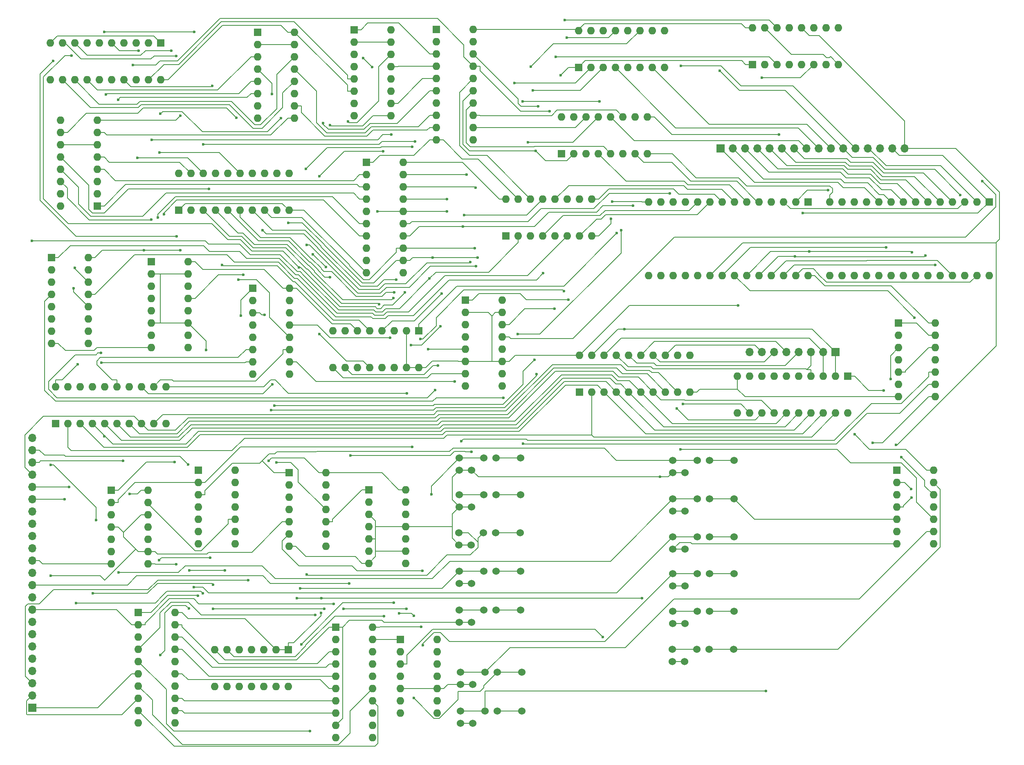
<source format=gbr>
%TF.GenerationSoftware,KiCad,Pcbnew,8.0.2-1*%
%TF.CreationDate,2024-06-24T15:07:34-04:00*%
%TF.ProjectId,stack_controller,73746163-6b5f-4636-9f6e-74726f6c6c65,rev?*%
%TF.SameCoordinates,Original*%
%TF.FileFunction,Copper,L1,Top*%
%TF.FilePolarity,Positive*%
%FSLAX46Y46*%
G04 Gerber Fmt 4.6, Leading zero omitted, Abs format (unit mm)*
G04 Created by KiCad (PCBNEW 8.0.2-1) date 2024-06-24 15:07:34*
%MOMM*%
%LPD*%
G01*
G04 APERTURE LIST*
%TA.AperFunction,ComponentPad*%
%ADD10C,1.524000*%
%TD*%
%TA.AperFunction,ComponentPad*%
%ADD11R,1.600000X1.600000*%
%TD*%
%TA.AperFunction,ComponentPad*%
%ADD12O,1.600000X1.600000*%
%TD*%
%TA.AperFunction,ComponentPad*%
%ADD13R,1.700000X1.700000*%
%TD*%
%TA.AperFunction,ComponentPad*%
%ADD14O,1.700000X1.700000*%
%TD*%
%TA.AperFunction,ViaPad*%
%ADD15C,0.600000*%
%TD*%
%TA.AperFunction,Conductor*%
%ADD16C,0.200000*%
%TD*%
G04 APERTURE END LIST*
D10*
%TO.P,U40,1,IN*%
%TO.N,Net-(U24-2Q)*%
X171450000Y-121977000D03*
X176530000Y-121977000D03*
%TO.P,U40,2,GND*%
%TO.N,Net-(U1-C_IN)*%
X171450000Y-124517000D03*
X173990000Y-124517000D03*
%TO.P,U40,3,OUT*%
%TO.N,Net-(U13-I2)*%
X179070000Y-121977000D03*
X184150000Y-121977000D03*
%TD*%
%TO.P,U44,1,IN*%
%TO.N,Net-(U44-IN)*%
X171370000Y-153107000D03*
X176450000Y-153107000D03*
%TO.P,U44,2,GND*%
%TO.N,Net-(U1-C_IN)*%
X171370000Y-155647000D03*
X173910000Y-155647000D03*
%TO.P,U44,3,OUT*%
%TO.N,Net-(U13-I5)*%
X178990000Y-153107000D03*
X184070000Y-153107000D03*
%TD*%
D11*
%TO.P,U15,1,\u03A31*%
%TO.N,Net-(U15-\u03A31)*%
X84500000Y-78342000D03*
D12*
%TO.P,U15,2,B1*%
%TO.N,Net-(U15-B1)*%
X84500000Y-80882000D03*
%TO.P,U15,3,A1*%
%TO.N,Net-(U15-A1)*%
X84500000Y-83422000D03*
%TO.P,U15,4,\u03A30*%
%TO.N,Net-(U15-\u03A30)*%
X84500000Y-85962000D03*
%TO.P,U15,5,A0*%
%TO.N,Net-(U15-A0)*%
X84500000Y-88502000D03*
%TO.P,U15,6,B0*%
%TO.N,Net-(U15-B0)*%
X84500000Y-91042000D03*
%TO.P,U15,7,C_IN*%
%TO.N,Net-(U14-C_OUT)*%
X84500000Y-93582000D03*
%TO.P,U15,8,GND*%
%TO.N,Net-(U1-C_IN)*%
X84500000Y-96122000D03*
%TO.P,U15,9,C_OUT*%
%TO.N,Net-(U15-C_OUT)*%
X92120000Y-96122000D03*
%TO.P,U15,10,\u03A33*%
%TO.N,Net-(U15-\u03A33)*%
X92120000Y-93582000D03*
%TO.P,U15,11,B3*%
%TO.N,Net-(U15-B3)*%
X92120000Y-91042000D03*
%TO.P,U15,12,A3*%
%TO.N,Net-(U15-A3)*%
X92120000Y-88502000D03*
%TO.P,U15,13,\u03A32*%
%TO.N,Net-(U15-\u03A32)*%
X92120000Y-85962000D03*
%TO.P,U15,14,A2*%
%TO.N,Net-(U15-A2)*%
X92120000Y-83422000D03*
%TO.P,U15,15,B2*%
%TO.N,Net-(U15-B2)*%
X92120000Y-80882000D03*
%TO.P,U15,16,V+*%
%TO.N,Net-(U1-B0)*%
X92120000Y-78342000D03*
%TD*%
D11*
%TO.P,U8,1,OE#*%
%TO.N,Net-(U1-C_IN)*%
X65420000Y-27597000D03*
D12*
%TO.P,U8,2,D0*%
%TO.N,Net-(U14-A0)*%
X62880000Y-27597000D03*
%TO.P,U8,3,D1*%
%TO.N,Net-(U14-A1)*%
X60340000Y-27597000D03*
%TO.P,U8,4,D2*%
%TO.N,Net-(U14-A2)*%
X57800000Y-27597000D03*
%TO.P,U8,5,D3*%
%TO.N,Net-(U14-A3)*%
X55260000Y-27597000D03*
%TO.P,U8,6,D4*%
%TO.N,Net-(U15-A0)*%
X52720000Y-27597000D03*
%TO.P,U8,7,D5*%
%TO.N,Net-(U15-A1)*%
X50180000Y-27597000D03*
%TO.P,U8,8,D6*%
%TO.N,Net-(U15-A2)*%
X47640000Y-27597000D03*
%TO.P,U8,9,D7*%
%TO.N,Net-(U15-A3)*%
X45100000Y-27597000D03*
%TO.P,U8,10,GND*%
%TO.N,Net-(U1-C_IN)*%
X42560000Y-27597000D03*
%TO.P,U8,11,CLK*%
%TO.N,Net-(U12-CLK)*%
X42560000Y-35217000D03*
%TO.P,U8,12,Q7*%
%TO.N,Net-(U2-A3)*%
X45100000Y-35217000D03*
%TO.P,U8,13,Q6*%
%TO.N,Net-(U2-A2)*%
X47640000Y-35217000D03*
%TO.P,U8,14,Q5*%
%TO.N,Net-(U2-A1)*%
X50180000Y-35217000D03*
%TO.P,U8,15,Q4*%
%TO.N,Net-(U2-A0)*%
X52720000Y-35217000D03*
%TO.P,U8,16,Q3*%
%TO.N,Net-(U1-A3)*%
X55260000Y-35217000D03*
%TO.P,U8,17,Q2*%
%TO.N,Net-(U1-A2)*%
X57800000Y-35217000D03*
%TO.P,U8,18,Q1*%
%TO.N,Net-(U1-A1)*%
X60340000Y-35217000D03*
%TO.P,U8,19,Q0*%
%TO.N,Net-(U1-A0)*%
X62880000Y-35217000D03*
%TO.P,U8,20,V+*%
%TO.N,Net-(U1-B0)*%
X65420000Y-35217000D03*
%TD*%
D11*
%TO.P,U11,1,A14*%
%TO.N,Net-(U10-A14)*%
X199460000Y-60477000D03*
D12*
%TO.P,U11,2,A12*%
%TO.N,Net-(U10-A12)*%
X196920000Y-60477000D03*
%TO.P,U11,3,A7*%
%TO.N,Net-(U10-A7)*%
X194380000Y-60477000D03*
%TO.P,U11,4,A6*%
%TO.N,Net-(U10-A6)*%
X191840000Y-60477000D03*
%TO.P,U11,5,A5*%
%TO.N,Net-(U10-A5)*%
X189300000Y-60477000D03*
%TO.P,U11,6,A4*%
%TO.N,Net-(U10-A4)*%
X186760000Y-60477000D03*
%TO.P,U11,7,A3*%
%TO.N,Net-(U10-A3)*%
X184220000Y-60477000D03*
%TO.P,U11,8,A2*%
%TO.N,Net-(U10-A2)*%
X181680000Y-60477000D03*
%TO.P,U11,9,A1*%
%TO.N,Net-(U10-A1)*%
X179140000Y-60477000D03*
%TO.P,U11,10,A0*%
%TO.N,Net-(U10-A0)*%
X176600000Y-60477000D03*
%TO.P,U11,11,D0*%
%TO.N,Net-(U10-D0)*%
X174060000Y-60477000D03*
%TO.P,U11,12,D1*%
%TO.N,Net-(U10-D1)*%
X171520000Y-60477000D03*
%TO.P,U11,13,D2*%
%TO.N,Net-(U10-D2)*%
X168980000Y-60477000D03*
%TO.P,U11,14,GND*%
%TO.N,Net-(U1-C_IN)*%
X166440000Y-60477000D03*
%TO.P,U11,15,D3*%
%TO.N,Net-(U10-D3)*%
X166440000Y-75717000D03*
%TO.P,U11,16,D4*%
%TO.N,Net-(U10-D4)*%
X168980000Y-75717000D03*
%TO.P,U11,17,D5*%
%TO.N,Net-(U10-D5)*%
X171520000Y-75717000D03*
%TO.P,U11,18,D6*%
%TO.N,Net-(U10-D6)*%
X174060000Y-75717000D03*
%TO.P,U11,19,D7*%
%TO.N,Net-(U10-D7)*%
X176600000Y-75717000D03*
%TO.P,U11,20,CE#*%
%TO.N,Net-(U11-CE#)*%
X179140000Y-75717000D03*
%TO.P,U11,21,A10*%
%TO.N,Net-(U10-A10)*%
X181680000Y-75717000D03*
%TO.P,U11,22,OE#*%
%TO.N,Net-(U10-OE#)*%
X184220000Y-75717000D03*
%TO.P,U11,23,A11*%
%TO.N,Net-(U10-A11)*%
X186760000Y-75717000D03*
%TO.P,U11,24,A9*%
%TO.N,Net-(U10-A9)*%
X189300000Y-75717000D03*
%TO.P,U11,25,A8*%
%TO.N,Net-(U10-A8)*%
X191840000Y-75717000D03*
%TO.P,U11,26,A13*%
%TO.N,Net-(U10-A13)*%
X194380000Y-75717000D03*
%TO.P,U11,27,WE#*%
%TO.N,Net-(U10-WE#)*%
X196920000Y-75717000D03*
%TO.P,U11,28,V+*%
%TO.N,Net-(U1-B0)*%
X199460000Y-75717000D03*
%TD*%
D11*
%TO.P,U24,1,1A*%
%TO.N,Net-(U24-1A)*%
X55180000Y-120177000D03*
D12*
%TO.P,U24,2,1B*%
%TO.N,Net-(U24-1B)*%
X55180000Y-122717000D03*
%TO.P,U24,3,1Q*%
%TO.N,Net-(U24-1Q)*%
X55180000Y-125257000D03*
%TO.P,U24,4,2A*%
%TO.N,Net-(U24-2A)*%
X55180000Y-127797000D03*
%TO.P,U24,5,2B*%
%TO.N,Net-(U24-2B)*%
X55180000Y-130337000D03*
%TO.P,U24,6,2Q*%
%TO.N,Net-(U24-2Q)*%
X55180000Y-132877000D03*
%TO.P,U24,7,GND*%
%TO.N,Net-(U1-C_IN)*%
X55180000Y-135417000D03*
%TO.P,U24,8,4Q*%
%TO.N,Net-(U24-4Q)*%
X62800000Y-135417000D03*
%TO.P,U24,9,4B*%
%TO.N,Net-(U24-2A)*%
X62800000Y-132877000D03*
%TO.P,U24,10,4A*%
%TO.N,Net-(U24-4A)*%
X62800000Y-130337000D03*
%TO.P,U24,11,3Q*%
%TO.N,Net-(U24-3Q)*%
X62800000Y-127797000D03*
%TO.P,U24,12,3B*%
%TO.N,Net-(U24-2A)*%
X62800000Y-125257000D03*
%TO.P,U24,13,3A*%
%TO.N,Net-(U24-3A)*%
X62800000Y-122717000D03*
%TO.P,U24,14,V+*%
%TO.N,Net-(U1-B0)*%
X62800000Y-120177000D03*
%TD*%
D11*
%TO.P,U23,1,S*%
%TO.N,Net-(U20-S)*%
X187925000Y-32017000D03*
D12*
%TO.P,U23,2,A0*%
%TO.N,Net-(U12-D4)*%
X190465000Y-32017000D03*
%TO.P,U23,3,B0*%
%TO.N,Net-(U17-\u03A30)*%
X193005000Y-32017000D03*
%TO.P,U23,4,Q0*%
%TO.N,Net-(U10-A12)*%
X195545000Y-32017000D03*
%TO.P,U23,5,A1*%
%TO.N,Net-(U12-D5)*%
X198085000Y-32017000D03*
%TO.P,U23,6,B1*%
%TO.N,Net-(U17-\u03A31)*%
X200625000Y-32017000D03*
%TO.P,U23,7,Q1*%
%TO.N,Net-(U10-A13)*%
X203165000Y-32017000D03*
%TO.P,U23,8,GND*%
%TO.N,Net-(U1-C_IN)*%
X205705000Y-32017000D03*
%TO.P,U23,9,Q2*%
%TO.N,Net-(U10-A14)*%
X205705000Y-24397000D03*
%TO.P,U23,10,B2*%
%TO.N,Net-(U17-\u03A32)*%
X203165000Y-24397000D03*
%TO.P,U23,11,A2*%
%TO.N,Net-(U12-D6)*%
X200625000Y-24397000D03*
%TO.P,U23,12,Q3*%
%TO.N,Net-(U11-CE#)*%
X198085000Y-24397000D03*
%TO.P,U23,13,B3*%
%TO.N,Net-(U17-\u03A33)*%
X195545000Y-24397000D03*
%TO.P,U23,14,A3*%
%TO.N,Net-(U12-D7)*%
X193005000Y-24397000D03*
%TO.P,U23,15,OE#*%
%TO.N,Net-(U1-C_IN)*%
X190465000Y-24397000D03*
%TO.P,U23,16,V+*%
%TO.N,Net-(U1-B0)*%
X187925000Y-24397000D03*
%TD*%
D11*
%TO.P,U4,1,\u03A31*%
%TO.N,Net-(U4-\u03A31)*%
X63500000Y-72842000D03*
D12*
%TO.P,U4,2,B1*%
%TO.N,Net-(U1-B1)*%
X63500000Y-75382000D03*
%TO.P,U4,3,A1*%
%TO.N,Net-(U12-Q5)*%
X63500000Y-77922000D03*
%TO.P,U4,4,\u03A30*%
%TO.N,Net-(U4-\u03A30)*%
X63500000Y-80462000D03*
%TO.P,U4,5,A0*%
%TO.N,Net-(U12-Q4)*%
X63500000Y-83002000D03*
%TO.P,U4,6,B0*%
%TO.N,Net-(U1-B1)*%
X63500000Y-85542000D03*
%TO.P,U4,7,C_IN*%
%TO.N,Net-(U3-C_OUT)*%
X63500000Y-88082000D03*
%TO.P,U4,8,GND*%
%TO.N,Net-(U1-C_IN)*%
X63500000Y-90622000D03*
%TO.P,U4,9,C_OUT*%
%TO.N,unconnected-(U4-C_OUT-Pad9)*%
X71120000Y-90622000D03*
%TO.P,U4,10,\u03A33*%
%TO.N,Net-(U4-\u03A33)*%
X71120000Y-88082000D03*
%TO.P,U4,11,B3*%
%TO.N,Net-(U1-B1)*%
X71120000Y-85542000D03*
%TO.P,U4,12,A3*%
%TO.N,Net-(U12-Q7)*%
X71120000Y-83002000D03*
%TO.P,U4,13,\u03A32*%
%TO.N,Net-(U4-\u03A32)*%
X71120000Y-80462000D03*
%TO.P,U4,14,A2*%
%TO.N,Net-(U12-Q6)*%
X71120000Y-77922000D03*
%TO.P,U4,15,B2*%
%TO.N,Net-(U1-B1)*%
X71120000Y-75382000D03*
%TO.P,U4,16,V+*%
%TO.N,Net-(U1-B0)*%
X71120000Y-72842000D03*
%TD*%
D11*
%TO.P,U10,1,A14*%
%TO.N,Net-(U10-A14)*%
X236920000Y-60477000D03*
D12*
%TO.P,U10,2,A12*%
%TO.N,Net-(U10-A12)*%
X234380000Y-60477000D03*
%TO.P,U10,3,A7*%
%TO.N,Net-(U10-A7)*%
X231840000Y-60477000D03*
%TO.P,U10,4,A6*%
%TO.N,Net-(U10-A6)*%
X229300000Y-60477000D03*
%TO.P,U10,5,A5*%
%TO.N,Net-(U10-A5)*%
X226760000Y-60477000D03*
%TO.P,U10,6,A4*%
%TO.N,Net-(U10-A4)*%
X224220000Y-60477000D03*
%TO.P,U10,7,A3*%
%TO.N,Net-(U10-A3)*%
X221680000Y-60477000D03*
%TO.P,U10,8,A2*%
%TO.N,Net-(U10-A2)*%
X219140000Y-60477000D03*
%TO.P,U10,9,A1*%
%TO.N,Net-(U10-A1)*%
X216600000Y-60477000D03*
%TO.P,U10,10,A0*%
%TO.N,Net-(U10-A0)*%
X214060000Y-60477000D03*
%TO.P,U10,11,D0*%
%TO.N,Net-(U10-D0)*%
X211520000Y-60477000D03*
%TO.P,U10,12,D1*%
%TO.N,Net-(U10-D1)*%
X208980000Y-60477000D03*
%TO.P,U10,13,D2*%
%TO.N,Net-(U10-D2)*%
X206440000Y-60477000D03*
%TO.P,U10,14,GND*%
%TO.N,Net-(U1-C_IN)*%
X203900000Y-60477000D03*
%TO.P,U10,15,D3*%
%TO.N,Net-(U10-D3)*%
X203900000Y-75717000D03*
%TO.P,U10,16,D4*%
%TO.N,Net-(U10-D4)*%
X206440000Y-75717000D03*
%TO.P,U10,17,D5*%
%TO.N,Net-(U10-D5)*%
X208980000Y-75717000D03*
%TO.P,U10,18,D6*%
%TO.N,Net-(U10-D6)*%
X211520000Y-75717000D03*
%TO.P,U10,19,D7*%
%TO.N,Net-(U10-D7)*%
X214060000Y-75717000D03*
%TO.P,U10,20,CE#*%
%TO.N,Net-(U10-CE#)*%
X216600000Y-75717000D03*
%TO.P,U10,21,A10*%
%TO.N,Net-(U10-A10)*%
X219140000Y-75717000D03*
%TO.P,U10,22,OE#*%
%TO.N,Net-(U10-OE#)*%
X221680000Y-75717000D03*
%TO.P,U10,23,A11*%
%TO.N,Net-(U10-A11)*%
X224220000Y-75717000D03*
%TO.P,U10,24,A9*%
%TO.N,Net-(U10-A9)*%
X226760000Y-75717000D03*
%TO.P,U10,25,A8*%
%TO.N,Net-(U10-A8)*%
X229300000Y-75717000D03*
%TO.P,U10,26,A13*%
%TO.N,Net-(U10-A13)*%
X231840000Y-75717000D03*
%TO.P,U10,27,WE#*%
%TO.N,Net-(U10-WE#)*%
X234380000Y-75717000D03*
%TO.P,U10,28,V+*%
%TO.N,Net-(U1-B0)*%
X236920000Y-75717000D03*
%TD*%
D10*
%TO.P,U39,1,IN*%
%TO.N,Net-(U25-Q0)*%
X171450000Y-113977000D03*
X176530000Y-113977000D03*
%TO.P,U39,2,GND*%
%TO.N,Net-(U1-C_IN)*%
X171450000Y-116517000D03*
X173990000Y-116517000D03*
%TO.P,U39,3,OUT*%
%TO.N,Net-(U19-1B)*%
X179070000Y-113977000D03*
X184150000Y-113977000D03*
%TD*%
%TO.P,U37,1,IN*%
%TO.N,Net-(U27-Q1)*%
X127220000Y-136977000D03*
X132300000Y-136977000D03*
%TO.P,U37,2,GND*%
%TO.N,Net-(U1-C_IN)*%
X127220000Y-139517000D03*
X129760000Y-139517000D03*
%TO.P,U37,3,OUT*%
%TO.N,Net-(U20-S)*%
X134840000Y-136977000D03*
X139920000Y-136977000D03*
%TD*%
D11*
%TO.P,U2,1,\u03A31*%
%TO.N,Net-(U2-\u03A31)*%
X85500000Y-25342000D03*
D12*
%TO.P,U2,2,B1*%
%TO.N,Net-(U1-B1)*%
X85500000Y-27882000D03*
%TO.P,U2,3,A1*%
%TO.N,Net-(U2-A1)*%
X85500000Y-30422000D03*
%TO.P,U2,4,\u03A30*%
%TO.N,Net-(U2-\u03A30)*%
X85500000Y-32962000D03*
%TO.P,U2,5,A0*%
%TO.N,Net-(U2-A0)*%
X85500000Y-35502000D03*
%TO.P,U2,6,B0*%
%TO.N,Net-(U1-B1)*%
X85500000Y-38042000D03*
%TO.P,U2,7,C_IN*%
%TO.N,Net-(U1-C_OUT)*%
X85500000Y-40582000D03*
%TO.P,U2,8,GND*%
%TO.N,Net-(U1-C_IN)*%
X85500000Y-43122000D03*
%TO.P,U2,9,C_OUT*%
%TO.N,Net-(U2-C_OUT)*%
X93120000Y-43122000D03*
%TO.P,U2,10,\u03A33*%
%TO.N,Net-(U2-\u03A33)*%
X93120000Y-40582000D03*
%TO.P,U2,11,B3*%
%TO.N,Net-(U1-B1)*%
X93120000Y-38042000D03*
%TO.P,U2,12,A3*%
%TO.N,Net-(U2-A3)*%
X93120000Y-35502000D03*
%TO.P,U2,13,\u03A32*%
%TO.N,Net-(U2-\u03A32)*%
X93120000Y-32962000D03*
%TO.P,U2,14,A2*%
%TO.N,Net-(U2-A2)*%
X93120000Y-30422000D03*
%TO.P,U2,15,B2*%
%TO.N,Net-(U1-B1)*%
X93120000Y-27882000D03*
%TO.P,U2,16,V+*%
%TO.N,Net-(U1-B0)*%
X93120000Y-25342000D03*
%TD*%
D11*
%TO.P,U25,1,0A*%
%TO.N,Net-(U25-0A)*%
X73180000Y-116057000D03*
D12*
%TO.P,U25,2,0B*%
%TO.N,Net-(U24-1B)*%
X73180000Y-118597000D03*
%TO.P,U25,3,Q0*%
%TO.N,Net-(U25-Q0)*%
X73180000Y-121137000D03*
%TO.P,U25,4,Q1*%
%TO.N,unconnected-(U25-Q1-Pad4)*%
X73180000Y-123677000D03*
%TO.P,U25,5,1A*%
%TO.N,Net-(U1-C_IN)*%
X73180000Y-126217000D03*
%TO.P,U25,6,1B*%
X73180000Y-128757000D03*
%TO.P,U25,7,GND*%
X73180000Y-131297000D03*
%TO.P,U25,8,2A*%
%TO.N,Net-(U25-2A)*%
X80800000Y-131297000D03*
%TO.P,U25,9,2B*%
%TO.N,Net-(U25-2B)*%
X80800000Y-128757000D03*
%TO.P,U25,10,Q2*%
%TO.N,Net-(U24-3A)*%
X80800000Y-126217000D03*
%TO.P,U25,11,Q3*%
%TO.N,Net-(U25-Q3)*%
X80800000Y-123677000D03*
%TO.P,U25,12,3A*%
%TO.N,Net-(U25-3A)*%
X80800000Y-121137000D03*
%TO.P,U25,13,3B*%
%TO.N,Net-(U25-3B)*%
X80800000Y-118597000D03*
%TO.P,U25,14,V+*%
%TO.N,Net-(U1-B0)*%
X80800000Y-116057000D03*
%TD*%
D11*
%TO.P,U13,1,I0*%
%TO.N,Net-(U11-CE#)*%
X217800000Y-116057000D03*
D12*
%TO.P,U13,2,O0*%
%TO.N,Net-(U10-CE#)*%
X217800000Y-118597000D03*
%TO.P,U13,3,I1*%
%TO.N,Net-(U13-I1)*%
X217800000Y-121137000D03*
%TO.P,U13,4,O1*%
%TO.N,Net-(U10-OE#)*%
X217800000Y-123677000D03*
%TO.P,U13,5,I2*%
%TO.N,Net-(U13-I2)*%
X217800000Y-126217000D03*
%TO.P,U13,6,O2*%
%TO.N,Net-(U10-WE#)*%
X217800000Y-128757000D03*
%TO.P,U13,7,GND*%
%TO.N,Net-(U1-C_IN)*%
X217800000Y-131297000D03*
%TO.P,U13,8,03*%
%TO.N,Net-(U13-03)*%
X225420000Y-131297000D03*
%TO.P,U13,9,I3*%
%TO.N,Net-(U13-I3)*%
X225420000Y-128757000D03*
%TO.P,U13,10,O4*%
%TO.N,Net-(U13-O4)*%
X225420000Y-126217000D03*
%TO.P,U13,11,I4*%
%TO.N,Net-(U13-I4)*%
X225420000Y-123677000D03*
%TO.P,U13,12,O5*%
%TO.N,Net-(U13-O5)*%
X225420000Y-121137000D03*
%TO.P,U13,13,I5*%
%TO.N,Net-(U13-I5)*%
X225420000Y-118597000D03*
%TO.P,U13,14,V+*%
%TO.N,Net-(U1-B0)*%
X225420000Y-116057000D03*
%TD*%
D11*
%TO.P,U14,1,\u03A31*%
%TO.N,Net-(U14-\u03A31)*%
X42800000Y-72017000D03*
D12*
%TO.P,U14,2,B1*%
%TO.N,Net-(U14-B1)*%
X42800000Y-74557000D03*
%TO.P,U14,3,A1*%
%TO.N,Net-(U14-A1)*%
X42800000Y-77097000D03*
%TO.P,U14,4,\u03A30*%
%TO.N,Net-(U14-\u03A30)*%
X42800000Y-79637000D03*
%TO.P,U14,5,A0*%
%TO.N,Net-(U14-A0)*%
X42800000Y-82177000D03*
%TO.P,U14,6,B0*%
%TO.N,Net-(U14-B0)*%
X42800000Y-84717000D03*
%TO.P,U14,7,C_IN*%
%TO.N,Net-(U1-C_IN)*%
X42800000Y-87257000D03*
%TO.P,U14,8,GND*%
X42800000Y-89797000D03*
%TO.P,U14,9,C_OUT*%
%TO.N,Net-(U14-C_OUT)*%
X50420000Y-89797000D03*
%TO.P,U14,10,\u03A33*%
%TO.N,Net-(U14-\u03A33)*%
X50420000Y-87257000D03*
%TO.P,U14,11,B3*%
%TO.N,Net-(U14-B3)*%
X50420000Y-84717000D03*
%TO.P,U14,12,A3*%
%TO.N,Net-(U14-A3)*%
X50420000Y-82177000D03*
%TO.P,U14,13,\u03A32*%
%TO.N,Net-(U14-\u03A32)*%
X50420000Y-79637000D03*
%TO.P,U14,14,A2*%
%TO.N,Net-(U14-A2)*%
X50420000Y-77097000D03*
%TO.P,U14,15,B2*%
%TO.N,Net-(U14-B2)*%
X50420000Y-74557000D03*
%TO.P,U14,16,V+*%
%TO.N,Net-(U1-B0)*%
X50420000Y-72017000D03*
%TD*%
D11*
%TO.P,U3,1,\u03A31*%
%TO.N,Net-(U3-\u03A31)*%
X52300000Y-61337000D03*
D12*
%TO.P,U3,2,B1*%
%TO.N,Net-(U1-B1)*%
X52300000Y-58797000D03*
%TO.P,U3,3,A1*%
%TO.N,Net-(U12-Q1)*%
X52300000Y-56257000D03*
%TO.P,U3,4,\u03A30*%
%TO.N,Net-(U3-\u03A30)*%
X52300000Y-53717000D03*
%TO.P,U3,5,A0*%
%TO.N,Net-(U12-Q0)*%
X52300000Y-51177000D03*
%TO.P,U3,6,B0*%
%TO.N,Net-(U1-B1)*%
X52300000Y-48637000D03*
%TO.P,U3,7,C_IN*%
%TO.N,Net-(U2-C_OUT)*%
X52300000Y-46097000D03*
%TO.P,U3,8,GND*%
%TO.N,Net-(U1-C_IN)*%
X52300000Y-43557000D03*
%TO.P,U3,9,C_OUT*%
%TO.N,Net-(U3-C_OUT)*%
X44680000Y-43557000D03*
%TO.P,U3,10,\u03A33*%
%TO.N,Net-(U3-\u03A33)*%
X44680000Y-46097000D03*
%TO.P,U3,11,B3*%
%TO.N,Net-(U1-B1)*%
X44680000Y-48637000D03*
%TO.P,U3,12,A3*%
%TO.N,Net-(U12-Q3)*%
X44680000Y-51177000D03*
%TO.P,U3,13,\u03A32*%
%TO.N,Net-(U3-\u03A32)*%
X44680000Y-53717000D03*
%TO.P,U3,14,A2*%
%TO.N,Net-(U12-Q2)*%
X44680000Y-56257000D03*
%TO.P,U3,15,B2*%
%TO.N,Net-(U1-B1)*%
X44680000Y-58797000D03*
%TO.P,U3,16,V+*%
%TO.N,Net-(U1-B0)*%
X44680000Y-61337000D03*
%TD*%
D13*
%TO.P,U5,1,READ_0*%
%TO.N,Net-(U25-2B)*%
X38800000Y-165197000D03*
D14*
%TO.P,U5,2,READ_1*%
%TO.N,Net-(U25-2A)*%
X38800000Y-162657000D03*
%TO.P,U5,3,READ_2*%
%TO.N,Net-(U28-2A)*%
X38800000Y-160117000D03*
%TO.P,U5,4,READ_3*%
%TO.N,unconnected-(U5-READ_3-Pad4)*%
X38800000Y-157577000D03*
%TO.P,U5,5,WRITE_0*%
%TO.N,Net-(U24-1B)*%
X38800000Y-155037000D03*
%TO.P,U5,6,WRITE_1*%
%TO.N,Net-(U25-0A)*%
X38800000Y-152497000D03*
%TO.P,U5,7,WRITE_2*%
%TO.N,unconnected-(U5-WRITE_2-Pad7)*%
X38800000Y-149957000D03*
%TO.P,U5,8,WRITE_2*%
%TO.N,unconnected-(U5-WRITE_2-Pad8)*%
X38800000Y-147417000D03*
%TO.P,U5,9,READ_READY*%
%TO.N,Net-(U26-Q0)*%
X38800000Y-144877000D03*
%TO.P,U5,10,CLK_A*%
%TO.N,Net-(U24-2A)*%
X38800000Y-142337000D03*
%TO.P,U5,11,CLK_B*%
%TO.N,Net-(U26-CLK)*%
X38800000Y-139797000D03*
%TO.P,U5,12,V+*%
%TO.N,Net-(U1-B0)*%
X38800000Y-137257000D03*
%TO.P,U5,13,GND*%
%TO.N,Net-(U1-C_IN)*%
X38800000Y-134717000D03*
%TO.P,U5,14,D0*%
%TO.N,Net-(U18-D0)*%
X38800000Y-132177000D03*
%TO.P,U5,15,D1*%
%TO.N,Net-(U18-D1)*%
X38800000Y-129637000D03*
%TO.P,U5,16,D2*%
%TO.N,Net-(U18-D2)*%
X38800000Y-127097000D03*
%TO.P,U5,17,D3*%
%TO.N,Net-(U18-D3)*%
X38800000Y-124557000D03*
%TO.P,U5,18,D4*%
%TO.N,Net-(U18-D4)*%
X38800000Y-122017000D03*
%TO.P,U5,19,D5*%
%TO.N,Net-(U18-D5)*%
X38800000Y-119477000D03*
%TO.P,U5,20,D6*%
%TO.N,Net-(U18-D6)*%
X38800000Y-116937000D03*
%TO.P,U5,21,D7*%
%TO.N,Net-(U18-D7)*%
X38800000Y-114397000D03*
%TO.P,U5,22,FAULT*%
%TO.N,Net-(U25-Q3)*%
X38800000Y-111857000D03*
%TO.P,U5,23,ENABLE*%
%TO.N,Net-(U47-1B)*%
X38800000Y-109317000D03*
%TD*%
D11*
%TO.P,U28,1,1A*%
%TO.N,Net-(U25-Q0)*%
X92000000Y-116592000D03*
D12*
%TO.P,U28,2,1B*%
%TO.N,Net-(U28-1B)*%
X92000000Y-119132000D03*
%TO.P,U28,3,1Q*%
%TO.N,Net-(U26-D0)*%
X92000000Y-121672000D03*
%TO.P,U28,4,2A*%
%TO.N,Net-(U28-2A)*%
X92000000Y-124212000D03*
%TO.P,U28,5,2B*%
%TO.N,Net-(U24-2A)*%
X92000000Y-126752000D03*
%TO.P,U28,6,2Q*%
%TO.N,Net-(U28-2Q)*%
X92000000Y-129292000D03*
%TO.P,U28,7,GND*%
%TO.N,Net-(U1-C_IN)*%
X92000000Y-131832000D03*
%TO.P,U28,8,4Q*%
%TO.N,Net-(U27-3B)*%
X99620000Y-131832000D03*
%TO.P,U28,9,4B*%
%TO.N,Net-(U26-CLK)*%
X99620000Y-129292000D03*
%TO.P,U28,10,4A*%
%TO.N,Net-(U26-Q0)*%
X99620000Y-126752000D03*
%TO.P,U28,11,3Q*%
%TO.N,Net-(U24-1A)*%
X99620000Y-124212000D03*
%TO.P,U28,12,3B*%
%TO.N,Net-(U26-Q1)*%
X99620000Y-121672000D03*
%TO.P,U28,13,3A*%
%TO.N,Net-(U26-CLK)*%
X99620000Y-119132000D03*
%TO.P,U28,14,V+*%
%TO.N,Net-(U1-B0)*%
X99620000Y-116592000D03*
%TD*%
D11*
%TO.P,U1,1,\u03A31*%
%TO.N,Net-(U1-\u03A31)*%
X105500000Y-24842000D03*
D12*
%TO.P,U1,2,B1*%
%TO.N,Net-(U1-B1)*%
X105500000Y-27382000D03*
%TO.P,U1,3,A1*%
%TO.N,Net-(U1-A1)*%
X105500000Y-29922000D03*
%TO.P,U1,4,\u03A30*%
%TO.N,Net-(U1-\u03A30)*%
X105500000Y-32462000D03*
%TO.P,U1,5,A0*%
%TO.N,Net-(U1-A0)*%
X105500000Y-35002000D03*
%TO.P,U1,6,B0*%
%TO.N,Net-(U1-B0)*%
X105500000Y-37542000D03*
%TO.P,U1,7,C_IN*%
%TO.N,Net-(U1-C_IN)*%
X105500000Y-40082000D03*
%TO.P,U1,8,GND*%
X105500000Y-42622000D03*
%TO.P,U1,9,C_OUT*%
%TO.N,Net-(U1-C_OUT)*%
X113120000Y-42622000D03*
%TO.P,U1,10,\u03A33*%
%TO.N,Net-(U1-\u03A33)*%
X113120000Y-40082000D03*
%TO.P,U1,11,B3*%
%TO.N,Net-(U1-B1)*%
X113120000Y-37542000D03*
%TO.P,U1,12,A3*%
%TO.N,Net-(U1-A3)*%
X113120000Y-35002000D03*
%TO.P,U1,13,\u03A32*%
%TO.N,Net-(U1-\u03A32)*%
X113120000Y-32462000D03*
%TO.P,U1,14,A2*%
%TO.N,Net-(U1-A2)*%
X113120000Y-29922000D03*
%TO.P,U1,15,B2*%
%TO.N,Net-(U1-B1)*%
X113120000Y-27382000D03*
%TO.P,U1,16,V+*%
%TO.N,Net-(U1-B0)*%
X113120000Y-24842000D03*
%TD*%
D11*
%TO.P,U20,1,S*%
%TO.N,Net-(U20-S)*%
X136925000Y-67517000D03*
D12*
%TO.P,U20,2,A0*%
%TO.N,Net-(U14-A0)*%
X139465000Y-67517000D03*
%TO.P,U20,3,B0*%
%TO.N,Net-(U14-\u03A30)*%
X142005000Y-67517000D03*
%TO.P,U20,4,Q0*%
%TO.N,Net-(U10-A0)*%
X144545000Y-67517000D03*
%TO.P,U20,5,A1*%
%TO.N,Net-(U14-A1)*%
X147085000Y-67517000D03*
%TO.P,U20,6,B1*%
%TO.N,Net-(U14-\u03A31)*%
X149625000Y-67517000D03*
%TO.P,U20,7,Q1*%
%TO.N,Net-(U10-A1)*%
X152165000Y-67517000D03*
%TO.P,U20,8,GND*%
%TO.N,Net-(U1-C_IN)*%
X154705000Y-67517000D03*
%TO.P,U20,9,Q2*%
%TO.N,Net-(U10-A2)*%
X154705000Y-59897000D03*
%TO.P,U20,10,B2*%
%TO.N,Net-(U14-\u03A32)*%
X152165000Y-59897000D03*
%TO.P,U20,11,A2*%
%TO.N,Net-(U14-A2)*%
X149625000Y-59897000D03*
%TO.P,U20,12,Q3*%
%TO.N,Net-(U10-A3)*%
X147085000Y-59897000D03*
%TO.P,U20,13,B3*%
%TO.N,Net-(U14-\u03A33)*%
X144545000Y-59897000D03*
%TO.P,U20,14,A3*%
%TO.N,Net-(U14-A3)*%
X142005000Y-59897000D03*
%TO.P,U20,15,OE#*%
%TO.N,Net-(U1-C_IN)*%
X139465000Y-59897000D03*
%TO.P,U20,16,V+*%
%TO.N,Net-(U1-B0)*%
X136925000Y-59897000D03*
%TD*%
D11*
%TO.P,U47,1,1A*%
%TO.N,Net-(U26-Q0)*%
X115000000Y-151092000D03*
D12*
%TO.P,U47,2,1B*%
%TO.N,Net-(U47-1B)*%
X115000000Y-153632000D03*
%TO.P,U47,3,1Q*%
%TO.N,Net-(U44-IN)*%
X115000000Y-156172000D03*
%TO.P,U47,4,2A*%
%TO.N,Net-(U1-C_IN)*%
X115000000Y-158712000D03*
%TO.P,U47,5,2B*%
X115000000Y-161252000D03*
%TO.P,U47,6,2Q*%
%TO.N,unconnected-(U47-2Q-Pad6)*%
X115000000Y-163792000D03*
%TO.P,U47,7,GND*%
%TO.N,Net-(U1-C_IN)*%
X115000000Y-166332000D03*
%TO.P,U47,8,4Q*%
%TO.N,unconnected-(U47-4Q-Pad8)*%
X122620000Y-166332000D03*
%TO.P,U47,9,4B*%
%TO.N,Net-(U1-C_IN)*%
X122620000Y-163792000D03*
%TO.P,U47,10,4A*%
X122620000Y-161252000D03*
%TO.P,U47,11,3Q*%
%TO.N,unconnected-(U47-3Q-Pad11)*%
X122620000Y-158712000D03*
%TO.P,U47,12,3B*%
%TO.N,Net-(U1-C_IN)*%
X122620000Y-156172000D03*
%TO.P,U47,13,3A*%
X122620000Y-153632000D03*
%TO.P,U47,14,V+*%
%TO.N,Net-(U1-B0)*%
X122620000Y-151092000D03*
%TD*%
D10*
%TO.P,U36,1,IN*%
%TO.N,Net-(U27-Q2)*%
X127140000Y-128977000D03*
X132220000Y-128977000D03*
%TO.P,U36,2,GND*%
%TO.N,Net-(U1-C_IN)*%
X127140000Y-131517000D03*
X129680000Y-131517000D03*
%TO.P,U36,3,OUT*%
%TO.N,Net-(U19-4A)*%
X134760000Y-128977000D03*
X139840000Y-128977000D03*
%TD*%
D11*
%TO.P,U6,1,OE#*%
%TO.N,Net-(U1-C_IN)*%
X122500000Y-24792000D03*
D12*
%TO.P,U6,2,D0*%
%TO.N,Net-(U1-\u03A30)*%
X122500000Y-27332000D03*
%TO.P,U6,3,D1*%
%TO.N,Net-(U1-\u03A31)*%
X122500000Y-29872000D03*
%TO.P,U6,4,D2*%
%TO.N,Net-(U1-\u03A32)*%
X122500000Y-32412000D03*
%TO.P,U6,5,D3*%
%TO.N,Net-(U1-\u03A33)*%
X122500000Y-34952000D03*
%TO.P,U6,6,D4*%
%TO.N,Net-(U2-\u03A30)*%
X122500000Y-37492000D03*
%TO.P,U6,7,D5*%
%TO.N,Net-(U2-\u03A31)*%
X122500000Y-40032000D03*
%TO.P,U6,8,D6*%
%TO.N,Net-(U2-\u03A32)*%
X122500000Y-42572000D03*
%TO.P,U6,9,D7*%
%TO.N,Net-(U2-\u03A33)*%
X122500000Y-45112000D03*
%TO.P,U6,10,GND*%
%TO.N,Net-(U1-C_IN)*%
X122500000Y-47652000D03*
%TO.P,U6,11,CLK*%
%TO.N,Net-(U19-4A)*%
X130120000Y-47652000D03*
%TO.P,U6,12,Q7*%
%TO.N,Net-(U15-A3)*%
X130120000Y-45112000D03*
%TO.P,U6,13,Q6*%
%TO.N,Net-(U15-A2)*%
X130120000Y-42572000D03*
%TO.P,U6,14,Q5*%
%TO.N,Net-(U15-A1)*%
X130120000Y-40032000D03*
%TO.P,U6,15,Q4*%
%TO.N,Net-(U15-A0)*%
X130120000Y-37492000D03*
%TO.P,U6,16,Q3*%
%TO.N,Net-(U14-A3)*%
X130120000Y-34952000D03*
%TO.P,U6,17,Q2*%
%TO.N,Net-(U14-A2)*%
X130120000Y-32412000D03*
%TO.P,U6,18,Q1*%
%TO.N,Net-(U14-A1)*%
X130120000Y-29872000D03*
%TO.P,U6,19,Q0*%
%TO.N,Net-(U14-A0)*%
X130120000Y-27332000D03*
%TO.P,U6,20,V+*%
%TO.N,Net-(U1-B0)*%
X130120000Y-24792000D03*
%TD*%
D10*
%TO.P,U43,1,IN*%
%TO.N,Net-(U27-3B)*%
X171450000Y-145217000D03*
X176530000Y-145217000D03*
%TO.P,U43,2,GND*%
%TO.N,Net-(U1-C_IN)*%
X171450000Y-147757000D03*
X173990000Y-147757000D03*
%TO.P,U43,3,OUT*%
%TO.N,Net-(U29-CLK)*%
X179070000Y-145217000D03*
X184150000Y-145217000D03*
%TD*%
D11*
%TO.P,U21,1,S*%
%TO.N,Net-(U20-S)*%
X148425000Y-50517000D03*
D12*
%TO.P,U21,2,A0*%
%TO.N,Net-(U15-A0)*%
X150965000Y-50517000D03*
%TO.P,U21,3,B0*%
%TO.N,Net-(U15-\u03A30)*%
X153505000Y-50517000D03*
%TO.P,U21,4,Q0*%
%TO.N,Net-(U10-A4)*%
X156045000Y-50517000D03*
%TO.P,U21,5,A1*%
%TO.N,Net-(U15-A1)*%
X158585000Y-50517000D03*
%TO.P,U21,6,B1*%
%TO.N,Net-(U15-\u03A31)*%
X161125000Y-50517000D03*
%TO.P,U21,7,Q1*%
%TO.N,Net-(U10-A5)*%
X163665000Y-50517000D03*
%TO.P,U21,8,GND*%
%TO.N,Net-(U1-C_IN)*%
X166205000Y-50517000D03*
%TO.P,U21,9,Q2*%
%TO.N,Net-(U10-A6)*%
X166205000Y-42897000D03*
%TO.P,U21,10,B2*%
%TO.N,Net-(U15-\u03A32)*%
X163665000Y-42897000D03*
%TO.P,U21,11,A2*%
%TO.N,Net-(U15-A2)*%
X161125000Y-42897000D03*
%TO.P,U21,12,Q3*%
%TO.N,Net-(U10-A7)*%
X158585000Y-42897000D03*
%TO.P,U21,13,B3*%
%TO.N,Net-(U15-\u03A33)*%
X156045000Y-42897000D03*
%TO.P,U21,14,A3*%
%TO.N,Net-(U15-A3)*%
X153505000Y-42897000D03*
%TO.P,U21,15,OE#*%
%TO.N,Net-(U1-C_IN)*%
X150965000Y-42897000D03*
%TO.P,U21,16,V+*%
%TO.N,Net-(U1-B0)*%
X148425000Y-42897000D03*
%TD*%
D11*
%TO.P,U18,1,OE#*%
%TO.N,Net-(U1-C_IN)*%
X43640000Y-106357000D03*
D12*
%TO.P,U18,2,D0*%
%TO.N,Net-(U18-D0)*%
X46180000Y-106357000D03*
%TO.P,U18,3,D1*%
%TO.N,Net-(U18-D1)*%
X48720000Y-106357000D03*
%TO.P,U18,4,D2*%
%TO.N,Net-(U18-D2)*%
X51260000Y-106357000D03*
%TO.P,U18,5,D3*%
%TO.N,Net-(U18-D3)*%
X53800000Y-106357000D03*
%TO.P,U18,6,D4*%
%TO.N,Net-(U18-D4)*%
X56340000Y-106357000D03*
%TO.P,U18,7,D5*%
%TO.N,Net-(U18-D5)*%
X58880000Y-106357000D03*
%TO.P,U18,8,D6*%
%TO.N,Net-(U18-D6)*%
X61420000Y-106357000D03*
%TO.P,U18,9,D7*%
%TO.N,Net-(U18-D7)*%
X63960000Y-106357000D03*
%TO.P,U18,10,GND*%
%TO.N,Net-(U1-C_IN)*%
X66500000Y-106357000D03*
%TO.P,U18,11,CLK*%
%TO.N,Net-(U18-CLK)*%
X66500000Y-98737000D03*
%TO.P,U18,12,Q7*%
%TO.N,Net-(U15-B3)*%
X63960000Y-98737000D03*
%TO.P,U18,13,Q6*%
%TO.N,Net-(U15-B2)*%
X61420000Y-98737000D03*
%TO.P,U18,14,Q5*%
%TO.N,Net-(U15-B1)*%
X58880000Y-98737000D03*
%TO.P,U18,15,Q4*%
%TO.N,Net-(U15-B0)*%
X56340000Y-98737000D03*
%TO.P,U18,16,Q3*%
%TO.N,Net-(U14-B3)*%
X53800000Y-98737000D03*
%TO.P,U18,17,Q2*%
%TO.N,Net-(U14-B2)*%
X51260000Y-98737000D03*
%TO.P,U18,18,Q1*%
%TO.N,Net-(U14-B1)*%
X48720000Y-98737000D03*
%TO.P,U18,19,Q0*%
%TO.N,Net-(U14-B0)*%
X46180000Y-98737000D03*
%TO.P,U18,20,V+*%
%TO.N,Net-(U1-B0)*%
X43640000Y-98737000D03*
%TD*%
D10*
%TO.P,U45,1,IN*%
%TO.N,Net-(U13-I3)*%
X127490000Y-157897000D03*
X132570000Y-157897000D03*
%TO.P,U45,2,GND*%
%TO.N,Net-(U1-C_IN)*%
X127490000Y-160437000D03*
X130030000Y-160437000D03*
%TO.P,U45,3,OUT*%
%TO.N,Net-(U25-3A)*%
X135110000Y-157897000D03*
X140190000Y-157897000D03*
%TD*%
D11*
%TO.P,U7,1,OE#*%
%TO.N,Net-(U1-C_IN)*%
X108000000Y-52292000D03*
D12*
%TO.P,U7,2,D0*%
%TO.N,Net-(U3-\u03A30)*%
X108000000Y-54832000D03*
%TO.P,U7,3,D1*%
%TO.N,Net-(U3-\u03A31)*%
X108000000Y-57372000D03*
%TO.P,U7,4,D2*%
%TO.N,Net-(U3-\u03A32)*%
X108000000Y-59912000D03*
%TO.P,U7,5,D3*%
%TO.N,Net-(U3-\u03A33)*%
X108000000Y-62452000D03*
%TO.P,U7,6,D4*%
%TO.N,Net-(U4-\u03A30)*%
X108000000Y-64992000D03*
%TO.P,U7,7,D5*%
%TO.N,Net-(U4-\u03A31)*%
X108000000Y-67532000D03*
%TO.P,U7,8,D6*%
%TO.N,Net-(U4-\u03A32)*%
X108000000Y-70072000D03*
%TO.P,U7,9,D7*%
%TO.N,Net-(U4-\u03A33)*%
X108000000Y-72612000D03*
%TO.P,U7,10,GND*%
%TO.N,Net-(U1-C_IN)*%
X108000000Y-75152000D03*
%TO.P,U7,11,CLK*%
%TO.N,Net-(U19-4A)*%
X115620000Y-75152000D03*
%TO.P,U7,12,Q7*%
%TO.N,Net-(U12-D7)*%
X115620000Y-72612000D03*
%TO.P,U7,13,Q6*%
%TO.N,Net-(U12-D6)*%
X115620000Y-70072000D03*
%TO.P,U7,14,Q5*%
%TO.N,Net-(U12-D5)*%
X115620000Y-67532000D03*
%TO.P,U7,15,Q4*%
%TO.N,Net-(U12-D4)*%
X115620000Y-64992000D03*
%TO.P,U7,16,Q3*%
%TO.N,Net-(U12-D3)*%
X115620000Y-62452000D03*
%TO.P,U7,17,Q2*%
%TO.N,Net-(U12-D2)*%
X115620000Y-59912000D03*
%TO.P,U7,18,Q1*%
%TO.N,Net-(U12-D1)*%
X115620000Y-57372000D03*
%TO.P,U7,19,Q0*%
%TO.N,Net-(U12-D0)*%
X115620000Y-54832000D03*
%TO.P,U7,20,V+*%
%TO.N,Net-(U1-B0)*%
X115620000Y-52292000D03*
%TD*%
D13*
%TO.P,U32,1,0*%
%TO.N,Net-(U10-D0)*%
X205120000Y-91602000D03*
D14*
%TO.P,U32,2,1*%
%TO.N,Net-(U10-D1)*%
X202580000Y-91602000D03*
%TO.P,U32,3,2*%
%TO.N,Net-(U10-D2)*%
X200040000Y-91602000D03*
%TO.P,U32,4,3*%
%TO.N,Net-(U10-D3)*%
X197500000Y-91602000D03*
%TO.P,U32,5,4*%
%TO.N,Net-(U10-D4)*%
X194960000Y-91602000D03*
%TO.P,U32,6,5*%
%TO.N,Net-(U10-D5)*%
X192420000Y-91602000D03*
%TO.P,U32,7,6*%
%TO.N,Net-(U10-D6)*%
X189880000Y-91602000D03*
%TO.P,U32,8,7*%
%TO.N,Net-(U10-D7)*%
X187340000Y-91602000D03*
%TD*%
D11*
%TO.P,U16,1,\u03A31*%
%TO.N,Net-(U16-\u03A31)*%
X118880000Y-87217000D03*
D12*
%TO.P,U16,2,B1*%
%TO.N,Net-(U1-B0)*%
X116340000Y-87217000D03*
%TO.P,U16,3,A1*%
%TO.N,Net-(U12-D1)*%
X113800000Y-87217000D03*
%TO.P,U16,4,\u03A30*%
%TO.N,Net-(U16-\u03A30)*%
X111260000Y-87217000D03*
%TO.P,U16,5,A0*%
%TO.N,Net-(U12-D0)*%
X108720000Y-87217000D03*
%TO.P,U16,6,B0*%
%TO.N,Net-(U1-B0)*%
X106180000Y-87217000D03*
%TO.P,U16,7,C_IN*%
%TO.N,Net-(U15-C_OUT)*%
X103640000Y-87217000D03*
%TO.P,U16,8,GND*%
%TO.N,Net-(U1-C_IN)*%
X101100000Y-87217000D03*
%TO.P,U16,9,C_OUT*%
%TO.N,Net-(U16-C_OUT)*%
X101100000Y-94837000D03*
%TO.P,U16,10,\u03A33*%
%TO.N,Net-(U16-\u03A33)*%
X103640000Y-94837000D03*
%TO.P,U16,11,B3*%
%TO.N,Net-(U1-B0)*%
X106180000Y-94837000D03*
%TO.P,U16,12,A3*%
%TO.N,Net-(U12-D3)*%
X108720000Y-94837000D03*
%TO.P,U16,13,\u03A32*%
%TO.N,Net-(U16-\u03A32)*%
X111260000Y-94837000D03*
%TO.P,U16,14,A2*%
%TO.N,Net-(U12-D2)*%
X113800000Y-94837000D03*
%TO.P,U16,15,B2*%
%TO.N,Net-(U1-B0)*%
X116340000Y-94837000D03*
%TO.P,U16,16,V+*%
X118880000Y-94837000D03*
%TD*%
D11*
%TO.P,U31,1,I0*%
%TO.N,Net-(U26-Q0)*%
X108500000Y-120092000D03*
D12*
%TO.P,U31,2,O0*%
%TO.N,Net-(U28-1B)*%
X108500000Y-122632000D03*
%TO.P,U31,3,I1*%
%TO.N,Net-(U1-C_IN)*%
X108500000Y-125172000D03*
%TO.P,U31,4,O1*%
%TO.N,unconnected-(U31-O1-Pad4)*%
X108500000Y-127712000D03*
%TO.P,U31,5,I2*%
%TO.N,Net-(U1-C_IN)*%
X108500000Y-130252000D03*
%TO.P,U31,6,O2*%
%TO.N,unconnected-(U31-O2-Pad6)*%
X108500000Y-132792000D03*
%TO.P,U31,7,GND*%
%TO.N,Net-(U1-C_IN)*%
X108500000Y-135332000D03*
%TO.P,U31,8,03*%
%TO.N,unconnected-(U31-03-Pad8)*%
X116120000Y-135332000D03*
%TO.P,U31,9,I3*%
%TO.N,Net-(U1-C_IN)*%
X116120000Y-132792000D03*
%TO.P,U31,10,O4*%
%TO.N,unconnected-(U31-O4-Pad10)*%
X116120000Y-130252000D03*
%TO.P,U31,11,I4*%
%TO.N,Net-(U1-C_IN)*%
X116120000Y-127712000D03*
%TO.P,U31,12,O5*%
%TO.N,unconnected-(U31-O5-Pad12)*%
X116120000Y-125172000D03*
%TO.P,U31,13,I5*%
%TO.N,Net-(U1-C_IN)*%
X116120000Y-122632000D03*
%TO.P,U31,14,V+*%
%TO.N,Net-(U1-B0)*%
X116120000Y-120092000D03*
%TD*%
D13*
%TO.P,U33,1,0*%
%TO.N,Net-(U10-A0)*%
X181332500Y-49409500D03*
D14*
%TO.P,U33,2,1*%
%TO.N,Net-(U10-A1)*%
X183872500Y-49409500D03*
%TO.P,U33,3,2*%
%TO.N,Net-(U10-A2)*%
X186412500Y-49409500D03*
%TO.P,U33,4,3*%
%TO.N,Net-(U10-A3)*%
X188952500Y-49409500D03*
%TO.P,U33,5,4*%
%TO.N,Net-(U10-A4)*%
X191492500Y-49409500D03*
%TO.P,U33,6,5*%
%TO.N,Net-(U10-A5)*%
X194032500Y-49409500D03*
%TO.P,U33,7,6*%
%TO.N,Net-(U10-A6)*%
X196572500Y-49409500D03*
%TO.P,U33,8,7*%
%TO.N,Net-(U10-A7)*%
X199112500Y-49409500D03*
%TO.P,U33,9,8*%
%TO.N,Net-(U10-A8)*%
X201652500Y-49409500D03*
%TO.P,U33,10,9*%
%TO.N,Net-(U10-A9)*%
X204192500Y-49409500D03*
%TO.P,U33,11,10*%
%TO.N,Net-(U10-A10)*%
X206732500Y-49409500D03*
%TO.P,U33,12,11*%
%TO.N,Net-(U10-A11)*%
X209272500Y-49409500D03*
%TO.P,U33,13,12*%
%TO.N,Net-(U10-A12)*%
X211812500Y-49409500D03*
%TO.P,U33,14,13*%
%TO.N,Net-(U10-A13)*%
X214352500Y-49409500D03*
%TO.P,U33,15,14*%
%TO.N,Net-(U10-A14)*%
X216892500Y-49409500D03*
%TO.P,U33,16,15*%
%TO.N,Net-(U11-CE#)*%
X219432500Y-49409500D03*
%TD*%
D10*
%TO.P,U42,1,IN*%
%TO.N,Net-(U26-Q3)*%
X171450000Y-137477000D03*
X176530000Y-137477000D03*
%TO.P,U42,2,GND*%
%TO.N,Net-(U1-C_IN)*%
X171450000Y-140017000D03*
X173990000Y-140017000D03*
%TO.P,U42,3,OUT*%
%TO.N,Net-(U19-2B)*%
X179070000Y-137477000D03*
X184150000Y-137477000D03*
%TD*%
%TO.P,U35,1,IN*%
%TO.N,Net-(U24-1B)*%
X127260000Y-121094500D03*
X132340000Y-121094500D03*
%TO.P,U35,2,GND*%
%TO.N,Net-(U1-C_IN)*%
X127260000Y-123634500D03*
X129800000Y-123634500D03*
%TO.P,U35,3,OUT*%
%TO.N,Net-(U1-B1)*%
X134880000Y-121094500D03*
X139960000Y-121094500D03*
%TD*%
D11*
%TO.P,U9,1,OE#*%
%TO.N,Net-(U1-C_IN)*%
X60800000Y-145477000D03*
D12*
%TO.P,U9,2,D0*%
%TO.N,Net-(U26-Q0)*%
X60800000Y-148017000D03*
%TO.P,U9,3,D1*%
%TO.N,Net-(U24-3A)*%
X60800000Y-150557000D03*
%TO.P,U9,4,D2*%
%TO.N,Net-(U26-Q2)*%
X60800000Y-153097000D03*
%TO.P,U9,5,D3*%
%TO.N,Net-(U26-Q3)*%
X60800000Y-155637000D03*
%TO.P,U9,6,D4*%
%TO.N,Net-(U25-2B)*%
X60800000Y-158177000D03*
%TO.P,U9,7,D5*%
%TO.N,Net-(U26-Q4)*%
X60800000Y-160717000D03*
%TO.P,U9,8,D6*%
%TO.N,Net-(U25-2A)*%
X60800000Y-163257000D03*
%TO.P,U9,9,D7*%
%TO.N,Net-(U26-Q5)*%
X60800000Y-165797000D03*
%TO.P,U9,10,GND*%
%TO.N,Net-(U1-C_IN)*%
X60800000Y-168337000D03*
%TO.P,U9,11,CLK*%
%TO.N,Net-(U24-2A)*%
X68420000Y-168337000D03*
%TO.P,U9,12,Q7*%
%TO.N,Net-(U26-D6)*%
X68420000Y-165797000D03*
%TO.P,U9,13,Q6*%
%TO.N,Net-(U26-D5)*%
X68420000Y-163257000D03*
%TO.P,U9,14,Q5*%
%TO.N,Net-(U24-4A)*%
X68420000Y-160717000D03*
%TO.P,U9,15,Q4*%
%TO.N,Net-(U26-D4)*%
X68420000Y-158177000D03*
%TO.P,U9,16,Q3*%
%TO.N,Net-(U24-2B)*%
X68420000Y-155637000D03*
%TO.P,U9,17,Q2*%
%TO.N,Net-(U26-D3)*%
X68420000Y-153097000D03*
%TO.P,U9,18,Q1*%
%TO.N,Net-(U26-D2)*%
X68420000Y-150557000D03*
%TO.P,U9,19,Q0*%
%TO.N,Net-(U26-D1)*%
X68420000Y-148017000D03*
%TO.P,U9,20,V+*%
%TO.N,Net-(U1-B0)*%
X68420000Y-145477000D03*
%TD*%
D11*
%TO.P,U22,1,S*%
%TO.N,Net-(U20-S)*%
X151925000Y-32637000D03*
D12*
%TO.P,U22,2,A0*%
%TO.N,Net-(U12-D0)*%
X154465000Y-32637000D03*
%TO.P,U22,3,B0*%
%TO.N,Net-(U16-\u03A30)*%
X157005000Y-32637000D03*
%TO.P,U22,4,Q0*%
%TO.N,Net-(U10-A8)*%
X159545000Y-32637000D03*
%TO.P,U22,5,A1*%
%TO.N,Net-(U12-D1)*%
X162085000Y-32637000D03*
%TO.P,U22,6,B1*%
%TO.N,Net-(U16-\u03A31)*%
X164625000Y-32637000D03*
%TO.P,U22,7,Q1*%
%TO.N,Net-(U10-A9)*%
X167165000Y-32637000D03*
%TO.P,U22,8,GND*%
%TO.N,Net-(U1-C_IN)*%
X169705000Y-32637000D03*
%TO.P,U22,9,Q2*%
%TO.N,Net-(U10-A10)*%
X169705000Y-25017000D03*
%TO.P,U22,10,B2*%
%TO.N,Net-(U16-\u03A32)*%
X167165000Y-25017000D03*
%TO.P,U22,11,A2*%
%TO.N,Net-(U12-D2)*%
X164625000Y-25017000D03*
%TO.P,U22,12,Q3*%
%TO.N,Net-(U10-A11)*%
X162085000Y-25017000D03*
%TO.P,U22,13,B3*%
%TO.N,Net-(U16-\u03A33)*%
X159545000Y-25017000D03*
%TO.P,U22,14,A3*%
%TO.N,Net-(U12-D3)*%
X157005000Y-25017000D03*
%TO.P,U22,15,OE#*%
%TO.N,Net-(U1-C_IN)*%
X154465000Y-25017000D03*
%TO.P,U22,16,V+*%
%TO.N,Net-(U1-B0)*%
X151925000Y-25017000D03*
%TD*%
D11*
%TO.P,U12,1,OE#*%
%TO.N,Net-(U1-C_IN)*%
X69140000Y-62217000D03*
D12*
%TO.P,U12,2,D0*%
%TO.N,Net-(U12-D0)*%
X71680000Y-62217000D03*
%TO.P,U12,3,D1*%
%TO.N,Net-(U12-D1)*%
X74220000Y-62217000D03*
%TO.P,U12,4,D2*%
%TO.N,Net-(U12-D2)*%
X76760000Y-62217000D03*
%TO.P,U12,5,D3*%
%TO.N,Net-(U12-D3)*%
X79300000Y-62217000D03*
%TO.P,U12,6,D4*%
%TO.N,Net-(U12-D4)*%
X81840000Y-62217000D03*
%TO.P,U12,7,D5*%
%TO.N,Net-(U12-D5)*%
X84380000Y-62217000D03*
%TO.P,U12,8,D6*%
%TO.N,Net-(U12-D6)*%
X86920000Y-62217000D03*
%TO.P,U12,9,D7*%
%TO.N,Net-(U12-D7)*%
X89460000Y-62217000D03*
%TO.P,U12,10,GND*%
%TO.N,Net-(U1-C_IN)*%
X92000000Y-62217000D03*
%TO.P,U12,11,CLK*%
%TO.N,Net-(U12-CLK)*%
X92000000Y-54597000D03*
%TO.P,U12,12,Q7*%
%TO.N,Net-(U12-Q7)*%
X89460000Y-54597000D03*
%TO.P,U12,13,Q6*%
%TO.N,Net-(U12-Q6)*%
X86920000Y-54597000D03*
%TO.P,U12,14,Q5*%
%TO.N,Net-(U12-Q5)*%
X84380000Y-54597000D03*
%TO.P,U12,15,Q4*%
%TO.N,Net-(U12-Q4)*%
X81840000Y-54597000D03*
%TO.P,U12,16,Q3*%
%TO.N,Net-(U12-Q3)*%
X79300000Y-54597000D03*
%TO.P,U12,17,Q2*%
%TO.N,Net-(U12-Q2)*%
X76760000Y-54597000D03*
%TO.P,U12,18,Q1*%
%TO.N,Net-(U12-Q1)*%
X74220000Y-54597000D03*
%TO.P,U12,19,Q0*%
%TO.N,Net-(U12-Q0)*%
X71680000Y-54597000D03*
%TO.P,U12,20,V+*%
%TO.N,Net-(U1-B0)*%
X69140000Y-54597000D03*
%TD*%
D10*
%TO.P,U38,1,IN*%
%TO.N,Net-(U28-2Q)*%
X127220000Y-144977000D03*
X132300000Y-144977000D03*
%TO.P,U38,2,GND*%
%TO.N,Net-(U1-C_IN)*%
X127220000Y-147517000D03*
X129760000Y-147517000D03*
%TO.P,U38,3,OUT*%
%TO.N,Net-(U18-CLK)*%
X134840000Y-144977000D03*
X139920000Y-144977000D03*
%TD*%
D11*
%TO.P,U17,1,\u03A31*%
%TO.N,Net-(U17-\u03A31)*%
X128500000Y-80842000D03*
D12*
%TO.P,U17,2,B1*%
%TO.N,Net-(U1-B0)*%
X128500000Y-83382000D03*
%TO.P,U17,3,A1*%
%TO.N,Net-(U12-D5)*%
X128500000Y-85922000D03*
%TO.P,U17,4,\u03A30*%
%TO.N,Net-(U17-\u03A30)*%
X128500000Y-88462000D03*
%TO.P,U17,5,A0*%
%TO.N,Net-(U12-D4)*%
X128500000Y-91002000D03*
%TO.P,U17,6,B0*%
%TO.N,Net-(U1-B0)*%
X128500000Y-93542000D03*
%TO.P,U17,7,C_IN*%
%TO.N,Net-(U16-C_OUT)*%
X128500000Y-96082000D03*
%TO.P,U17,8,GND*%
%TO.N,Net-(U1-C_IN)*%
X128500000Y-98622000D03*
%TO.P,U17,9,C_OUT*%
%TO.N,unconnected-(U17-C_OUT-Pad9)*%
X136120000Y-98622000D03*
%TO.P,U17,10,\u03A33*%
%TO.N,Net-(U17-\u03A33)*%
X136120000Y-96082000D03*
%TO.P,U17,11,B3*%
%TO.N,Net-(U1-B0)*%
X136120000Y-93542000D03*
%TO.P,U17,12,A3*%
%TO.N,Net-(U12-D7)*%
X136120000Y-91002000D03*
%TO.P,U17,13,\u03A32*%
%TO.N,Net-(U17-\u03A32)*%
X136120000Y-88462000D03*
%TO.P,U17,14,A2*%
%TO.N,Net-(U12-D6)*%
X136120000Y-85922000D03*
%TO.P,U17,15,B2*%
%TO.N,Net-(U1-B0)*%
X136120000Y-83382000D03*
%TO.P,U17,16,V+*%
X136120000Y-80842000D03*
%TD*%
D10*
%TO.P,U41,1,IN*%
%TO.N,Net-(U24-3Q)*%
X171450000Y-129847000D03*
X176530000Y-129847000D03*
%TO.P,U41,2,GND*%
%TO.N,Net-(U1-C_IN)*%
X171450000Y-132387000D03*
X173990000Y-132387000D03*
%TO.P,U41,3,OUT*%
%TO.N,Net-(U30-CLK)*%
X179070000Y-129847000D03*
X184150000Y-129847000D03*
%TD*%
D11*
%TO.P,U29,1,OE#*%
%TO.N,Net-(U13-O5)*%
X207700000Y-96602000D03*
D12*
%TO.P,U29,2,D0*%
%TO.N,Net-(U10-D0)*%
X205160000Y-96602000D03*
%TO.P,U29,3,D1*%
%TO.N,Net-(U10-D1)*%
X202620000Y-96602000D03*
%TO.P,U29,4,D2*%
%TO.N,Net-(U10-D2)*%
X200080000Y-96602000D03*
%TO.P,U29,5,D3*%
%TO.N,Net-(U10-D3)*%
X197540000Y-96602000D03*
%TO.P,U29,6,D4*%
%TO.N,Net-(U10-D4)*%
X195000000Y-96602000D03*
%TO.P,U29,7,D5*%
%TO.N,Net-(U10-D5)*%
X192460000Y-96602000D03*
%TO.P,U29,8,D6*%
%TO.N,Net-(U10-D6)*%
X189920000Y-96602000D03*
%TO.P,U29,9,D7*%
%TO.N,Net-(U10-D7)*%
X187380000Y-96602000D03*
%TO.P,U29,10,GND*%
%TO.N,Net-(U1-C_IN)*%
X184840000Y-96602000D03*
%TO.P,U29,11,CLK*%
%TO.N,Net-(U29-CLK)*%
X184840000Y-104222000D03*
%TO.P,U29,12,Q7*%
%TO.N,Net-(U18-D7)*%
X187380000Y-104222000D03*
%TO.P,U29,13,Q6*%
%TO.N,Net-(U18-D6)*%
X189920000Y-104222000D03*
%TO.P,U29,14,Q5*%
%TO.N,Net-(U18-D5)*%
X192460000Y-104222000D03*
%TO.P,U29,15,Q4*%
%TO.N,Net-(U18-D4)*%
X195000000Y-104222000D03*
%TO.P,U29,16,Q3*%
%TO.N,Net-(U18-D3)*%
X197540000Y-104222000D03*
%TO.P,U29,17,Q2*%
%TO.N,Net-(U18-D2)*%
X200080000Y-104222000D03*
%TO.P,U29,18,Q1*%
%TO.N,Net-(U18-D1)*%
X202620000Y-104222000D03*
%TO.P,U29,19,Q0*%
%TO.N,Net-(U18-D0)*%
X205160000Y-104222000D03*
%TO.P,U29,20,V+*%
%TO.N,Net-(U1-B0)*%
X207700000Y-104222000D03*
%TD*%
D10*
%TO.P,U46,1,IN*%
%TO.N,Net-(U19-4Q)*%
X127490000Y-165897000D03*
X132570000Y-165897000D03*
%TO.P,U46,2,GND*%
%TO.N,Net-(U1-C_IN)*%
X127490000Y-168437000D03*
X130030000Y-168437000D03*
%TO.P,U46,3,OUT*%
%TO.N,Net-(U25-3B)*%
X135110000Y-165897000D03*
X140190000Y-165897000D03*
%TD*%
%TO.P,U34,1,IN*%
%TO.N,Net-(U27-Q3)*%
X127260000Y-113527000D03*
X132340000Y-113527000D03*
%TO.P,U34,2,GND*%
%TO.N,Net-(U1-C_IN)*%
X127260000Y-116067000D03*
X129800000Y-116067000D03*
%TO.P,U34,3,OUT*%
%TO.N,Net-(U12-CLK)*%
X134880000Y-113527000D03*
X139960000Y-113527000D03*
%TD*%
D11*
%TO.P,U19,1,1A*%
%TO.N,Net-(U13-03)*%
X218180000Y-85597000D03*
D12*
%TO.P,U19,2,1B*%
%TO.N,Net-(U19-1B)*%
X218180000Y-88137000D03*
%TO.P,U19,3,1Q*%
%TO.N,Net-(U13-I1)*%
X218180000Y-90677000D03*
%TO.P,U19,4,2A*%
%TO.N,Net-(U19-1B)*%
X218180000Y-93217000D03*
%TO.P,U19,5,2B*%
%TO.N,Net-(U19-2B)*%
X218180000Y-95757000D03*
%TO.P,U19,6,2Q*%
%TO.N,Net-(U13-I3)*%
X218180000Y-98297000D03*
%TO.P,U19,7,GND*%
%TO.N,Net-(U1-C_IN)*%
X218180000Y-100837000D03*
%TO.P,U19,8,4Q*%
%TO.N,Net-(U19-4Q)*%
X225800000Y-100837000D03*
%TO.P,U19,9,4B*%
%TO.N,Net-(U12-CLK)*%
X225800000Y-98297000D03*
%TO.P,U19,10,4A*%
%TO.N,Net-(U19-4A)*%
X225800000Y-95757000D03*
%TO.P,U19,11,3Q*%
%TO.N,Net-(U13-I4)*%
X225800000Y-93217000D03*
%TO.P,U19,12,3B*%
%TO.N,Net-(U19-2B)*%
X225800000Y-90677000D03*
%TO.P,U19,13,3A*%
%TO.N,Net-(U13-03)*%
X225800000Y-88137000D03*
%TO.P,U19,14,V+*%
%TO.N,Net-(U1-B0)*%
X225800000Y-85597000D03*
%TD*%
D11*
%TO.P,U30,1,OE#*%
%TO.N,Net-(U13-O4)*%
X152140000Y-99837000D03*
D12*
%TO.P,U30,2,D0*%
%TO.N,Net-(U18-D0)*%
X154680000Y-99837000D03*
%TO.P,U30,3,D1*%
%TO.N,Net-(U18-D1)*%
X157220000Y-99837000D03*
%TO.P,U30,4,D2*%
%TO.N,Net-(U18-D2)*%
X159760000Y-99837000D03*
%TO.P,U30,5,D3*%
%TO.N,Net-(U18-D3)*%
X162300000Y-99837000D03*
%TO.P,U30,6,D4*%
%TO.N,Net-(U18-D4)*%
X164840000Y-99837000D03*
%TO.P,U30,7,D5*%
%TO.N,Net-(U18-D5)*%
X167380000Y-99837000D03*
%TO.P,U30,8,D6*%
%TO.N,Net-(U18-D6)*%
X169920000Y-99837000D03*
%TO.P,U30,9,D7*%
%TO.N,Net-(U18-D7)*%
X172460000Y-99837000D03*
%TO.P,U30,10,GND*%
%TO.N,Net-(U1-C_IN)*%
X175000000Y-99837000D03*
%TO.P,U30,11,CLK*%
%TO.N,Net-(U30-CLK)*%
X175000000Y-92217000D03*
%TO.P,U30,12,Q7*%
%TO.N,Net-(U10-D7)*%
X172460000Y-92217000D03*
%TO.P,U30,13,Q6*%
%TO.N,Net-(U10-D6)*%
X169920000Y-92217000D03*
%TO.P,U30,14,Q5*%
%TO.N,Net-(U10-D5)*%
X167380000Y-92217000D03*
%TO.P,U30,15,Q4*%
%TO.N,Net-(U10-D4)*%
X164840000Y-92217000D03*
%TO.P,U30,16,Q3*%
%TO.N,Net-(U10-D3)*%
X162300000Y-92217000D03*
%TO.P,U30,17,Q2*%
%TO.N,Net-(U10-D2)*%
X159760000Y-92217000D03*
%TO.P,U30,18,Q1*%
%TO.N,Net-(U10-D1)*%
X157220000Y-92217000D03*
%TO.P,U30,19,Q0*%
%TO.N,Net-(U10-D0)*%
X154680000Y-92217000D03*
%TO.P,U30,20,V+*%
%TO.N,Net-(U1-B0)*%
X152140000Y-92217000D03*
%TD*%
D11*
%TO.P,U26,1,OE#*%
%TO.N,Net-(U1-C_IN)*%
X101680000Y-148557000D03*
D12*
%TO.P,U26,2,D0*%
%TO.N,Net-(U26-D0)*%
X101680000Y-151097000D03*
%TO.P,U26,3,D1*%
%TO.N,Net-(U26-D1)*%
X101680000Y-153637000D03*
%TO.P,U26,4,D2*%
%TO.N,Net-(U26-D2)*%
X101680000Y-156177000D03*
%TO.P,U26,5,D3*%
%TO.N,Net-(U26-D3)*%
X101680000Y-158717000D03*
%TO.P,U26,6,D4*%
%TO.N,Net-(U26-D4)*%
X101680000Y-161257000D03*
%TO.P,U26,7,D5*%
%TO.N,Net-(U26-D5)*%
X101680000Y-163797000D03*
%TO.P,U26,8,D6*%
%TO.N,Net-(U26-D6)*%
X101680000Y-166337000D03*
%TO.P,U26,9,D7*%
%TO.N,Net-(U1-C_IN)*%
X101680000Y-168877000D03*
%TO.P,U26,10,GND*%
X101680000Y-171417000D03*
%TO.P,U26,11,CLK*%
%TO.N,Net-(U26-CLK)*%
X109300000Y-171417000D03*
%TO.P,U26,12,Q7*%
%TO.N,unconnected-(U26-Q7-Pad12)*%
X109300000Y-168877000D03*
%TO.P,U26,13,Q6*%
%TO.N,Net-(U26-Q6)*%
X109300000Y-166337000D03*
%TO.P,U26,14,Q5*%
%TO.N,Net-(U26-Q5)*%
X109300000Y-163797000D03*
%TO.P,U26,15,Q4*%
%TO.N,Net-(U26-Q4)*%
X109300000Y-161257000D03*
%TO.P,U26,16,Q3*%
%TO.N,Net-(U26-Q3)*%
X109300000Y-158717000D03*
%TO.P,U26,17,Q2*%
%TO.N,Net-(U26-Q2)*%
X109300000Y-156177000D03*
%TO.P,U26,18,Q1*%
%TO.N,Net-(U26-Q1)*%
X109300000Y-153637000D03*
%TO.P,U26,19,Q0*%
%TO.N,Net-(U26-Q0)*%
X109300000Y-151097000D03*
%TO.P,U26,20,V+*%
%TO.N,Net-(U1-B0)*%
X109300000Y-148557000D03*
%TD*%
D11*
%TO.P,U27,1,0A*%
%TO.N,Net-(U1-B0)*%
X91840000Y-153217000D03*
D12*
%TO.P,U27,2,0B*%
X89300000Y-153217000D03*
%TO.P,U27,3,Q0*%
%TO.N,unconnected-(U27-Q0-Pad3)*%
X86760000Y-153217000D03*
%TO.P,U27,4,Q1*%
%TO.N,Net-(U27-Q1)*%
X84220000Y-153217000D03*
%TO.P,U27,5,1A*%
%TO.N,Net-(U25-0A)*%
X81680000Y-153217000D03*
%TO.P,U27,6,1B*%
%TO.N,Net-(U26-Q6)*%
X79140000Y-153217000D03*
%TO.P,U27,7,GND*%
%TO.N,Net-(U1-C_IN)*%
X76600000Y-153217000D03*
%TO.P,U27,8,2A*%
%TO.N,Net-(U24-4Q)*%
X76600000Y-160837000D03*
%TO.P,U27,9,2B*%
%TO.N,Net-(U24-1Q)*%
X79140000Y-160837000D03*
%TO.P,U27,10,Q2*%
%TO.N,Net-(U27-Q2)*%
X81680000Y-160837000D03*
%TO.P,U27,11,Q3*%
%TO.N,Net-(U27-Q3)*%
X84220000Y-160837000D03*
%TO.P,U27,12,3A*%
%TO.N,Net-(U24-3Q)*%
X86760000Y-160837000D03*
%TO.P,U27,13,3B*%
%TO.N,Net-(U27-3B)*%
X89300000Y-160837000D03*
%TO.P,U27,14,V+*%
%TO.N,Net-(U1-B0)*%
X91840000Y-160837000D03*
%TD*%
D15*
%TO.N,Net-(U1-B1)*%
X104702000Y-113038000D03*
X56616000Y-39299000D03*
X74851000Y-91198000D03*
X129800000Y-112217000D03*
%TO.N,Net-(U1-B0)*%
X61954000Y-70491000D03*
X209092000Y-108634000D03*
X87751000Y-114097000D03*
X58998000Y-120976000D03*
X119362000Y-148433000D03*
X98591000Y-145633000D03*
X48269000Y-94081000D03*
X69472000Y-70491000D03*
X185003000Y-81902000D03*
%TO.N,Net-(U1-C_OUT)*%
X100488000Y-44556000D03*
%TO.N,Net-(U1-A1)*%
X90313000Y-43143000D03*
X65366000Y-42212000D03*
%TO.N,Net-(U1-A3)*%
X113174000Y-46578000D03*
X63584000Y-47604000D03*
%TO.N,Net-(U1-A2)*%
X104186000Y-43852000D03*
X76114000Y-36420000D03*
%TO.N,Net-(U2-\u03A31)*%
X109180000Y-32575000D03*
X107342000Y-30737000D03*
%TO.N,Net-(U2-A0)*%
X54115000Y-38242000D03*
%TO.N,Net-(U2-\u03A30)*%
X88455000Y-38118000D03*
X99050000Y-44141000D03*
%TO.N,Net-(U3-\u03A33)*%
X81069000Y-43089000D03*
%TO.N,Net-(U4-\u03A31)*%
X66087000Y-63072000D03*
%TO.N,Net-(U4-\u03A32)*%
X82499000Y-75595000D03*
%TO.N,Net-(U4-\u03A30)*%
X64826000Y-63686000D03*
%TO.N,Net-(U1-C_IN)*%
X168800000Y-117440000D03*
X73105000Y-142041000D03*
X69494000Y-42661000D03*
X158860000Y-60403000D03*
X158612000Y-64004000D03*
%TO.N,Net-(U14-A0)*%
X38780000Y-68518000D03*
X121066000Y-76381000D03*
%TO.N,Net-(U15-A2)*%
X117478000Y-49046000D03*
X99589000Y-74001000D03*
X67588000Y-29158000D03*
X95476000Y-53680000D03*
X96936000Y-71348000D03*
%TO.N,Net-(U15-A3)*%
X111505000Y-49977000D03*
X98253000Y-55168000D03*
X81474000Y-76592000D03*
X68680000Y-30249000D03*
%TO.N,Net-(U14-A2)*%
X59688000Y-32136000D03*
X47649000Y-74098000D03*
X145960000Y-41699000D03*
%TO.N,Net-(U14-A3)*%
X47374000Y-78372000D03*
X74228000Y-48574000D03*
X60883000Y-29218000D03*
X118093000Y-47960000D03*
%TO.N,Net-(U14-A1)*%
X53727000Y-25251000D03*
X143577000Y-40719000D03*
X72394000Y-25251000D03*
%TO.N,Net-(U15-A1)*%
X46985000Y-30205000D03*
X115948000Y-79232000D03*
X86951000Y-83891000D03*
X94071000Y-74011000D03*
%TO.N,Net-(U15-A0)*%
X68713000Y-67616000D03*
X129493000Y-72927000D03*
X43184000Y-31263000D03*
X143107000Y-49915000D03*
X86468000Y-66323000D03*
%TO.N,Net-(U10-A6)*%
X193464000Y-46547000D03*
%TO.N,Net-(U10-OE#)*%
X220911000Y-121705000D03*
X221495000Y-84469000D03*
%TO.N,Net-(U10-CE#)*%
X220823000Y-119979000D03*
%TO.N,Net-(U10-A12)*%
X203599000Y-58073000D03*
%TO.N,Net-(U10-A10)*%
X230991000Y-59037000D03*
X215602000Y-69873000D03*
X181200000Y-33334000D03*
%TO.N,Net-(U10-D0)*%
X161400000Y-86800000D03*
%TO.N,Net-(U10-A14)*%
X198320000Y-62833000D03*
%TO.N,Net-(U10-A11)*%
X199720000Y-70775000D03*
X220982000Y-70938000D03*
X173100000Y-32285000D03*
%TO.N,Net-(U10-A13)*%
X225750000Y-73512000D03*
%TO.N,Net-(U10-A9)*%
X223770000Y-71581000D03*
X196757000Y-71757000D03*
%TO.N,Net-(U12-Q1)*%
X60571000Y-51360000D03*
%TO.N,Net-(U11-CE#)*%
X217690000Y-110788000D03*
%TO.N,Net-(U12-Q3)*%
X75416000Y-57763000D03*
%TO.N,Net-(U12-Q2)*%
X63436000Y-64107000D03*
%TO.N,Net-(U12-Q4)*%
X65189000Y-50300000D03*
%TO.N,Net-(U19-4A)*%
X127673000Y-110003000D03*
%TO.N,Net-(U14-\u03A33)*%
X122268000Y-99442000D03*
X128221000Y-63237000D03*
X53084000Y-91788000D03*
%TO.N,Net-(U14-\u03A30)*%
X136384000Y-101043000D03*
%TO.N,Net-(U14-C_OUT)*%
X53136000Y-93820000D03*
%TO.N,Net-(U14-\u03A32)*%
X144595000Y-75277000D03*
%TO.N,Net-(U15-\u03A33)*%
X126306000Y-97651000D03*
X141486000Y-48144000D03*
%TO.N,Net-(U15-\u03A32)*%
X112933000Y-88619000D03*
X148908000Y-78995000D03*
X119156000Y-88904000D03*
%TO.N,Net-(U15-\u03A30)*%
X142815000Y-93151000D03*
X88932000Y-102647000D03*
%TO.N,Net-(U15-\u03A31)*%
X88296000Y-103570000D03*
X143232000Y-96166000D03*
X82031000Y-84073000D03*
%TO.N,Net-(U15-B2)*%
X88510000Y-98282000D03*
%TO.N,Net-(U16-\u03A30)*%
X142477000Y-37383000D03*
X123624000Y-79440000D03*
%TO.N,Net-(U16-\u03A33)*%
X122811000Y-94363000D03*
X149504000Y-26454000D03*
%TO.N,Net-(U16-\u03A31)*%
X159863000Y-66978000D03*
%TO.N,Net-(U16-\u03A32)*%
X117245000Y-90125000D03*
X123358000Y-86232000D03*
%TO.N,Net-(U17-\u03A32)*%
X235488000Y-56154000D03*
%TO.N,Net-(U17-\u03A31)*%
X189922000Y-34769000D03*
X149804000Y-80724000D03*
%TO.N,Net-(U17-\u03A30)*%
X147245000Y-30462000D03*
%TO.N,Net-(U17-\u03A33)*%
X160773000Y-66317000D03*
X139330000Y-87886000D03*
%TO.N,Net-(U18-CLK)*%
X116370000Y-100095000D03*
%TO.N,Net-(U12-D3)*%
X110313000Y-62452000D03*
X100506000Y-76086000D03*
X124720000Y-62452000D03*
X98291000Y-87867000D03*
%TO.N,Net-(U12-D5)*%
X163240000Y-61305000D03*
X114216000Y-76552000D03*
X127995000Y-65577000D03*
%TO.N,Net-(U12-D4)*%
X120780000Y-91002000D03*
X170859000Y-58703000D03*
X113756000Y-79176000D03*
%TO.N,Net-(U12-D6)*%
X146965000Y-82630000D03*
X130428000Y-70072000D03*
%TO.N,Net-(U12-D0)*%
X128798000Y-54832000D03*
X78103000Y-73537000D03*
X138652000Y-35851000D03*
%TO.N,Net-(U12-D7)*%
X131072000Y-72026000D03*
X149096000Y-22811000D03*
X121770000Y-72052000D03*
X91800000Y-64783000D03*
%TO.N,Net-(U20-S)*%
X148261000Y-34248000D03*
%TO.N,Net-(U12-D2)*%
X142018000Y-32497000D03*
X124704000Y-59912000D03*
X113585000Y-80411000D03*
%TO.N,Net-(U12-D1)*%
X110624000Y-81670000D03*
X156268000Y-39705000D03*
X130628000Y-57536000D03*
X140331000Y-39705000D03*
%TO.N,Net-(U12-CLK)*%
X140470000Y-110539000D03*
X130732000Y-73829000D03*
X95620000Y-69383000D03*
%TO.N,Net-(U24-1A)*%
X89359000Y-114427000D03*
X68298000Y-114313000D03*
%TO.N,Net-(U24-2A)*%
X42653000Y-137869000D03*
%TO.N,Net-(U26-Q0)*%
X101245000Y-143710000D03*
%TO.N,Net-(U25-2A)*%
X71235000Y-144690000D03*
X71348000Y-136765000D03*
X65362000Y-154329000D03*
X78735000Y-136765000D03*
%TO.N,Net-(U25-2B)*%
X65087000Y-134635000D03*
X75637000Y-134165000D03*
%TO.N,Net-(U26-Q2)*%
X97443000Y-146005000D03*
%TO.N,Net-(U13-O4)*%
X173068000Y-111769000D03*
%TO.N,Net-(U13-I1)*%
X216553000Y-97201000D03*
%TO.N,Net-(U18-D7)*%
X57642000Y-114076000D03*
X173560000Y-102372000D03*
%TO.N,Net-(U18-D6)*%
X172250000Y-103225000D03*
%TO.N,Net-(U18-D4)*%
X45549000Y-122017000D03*
%TO.N,Net-(U18-D2)*%
X53734000Y-109001000D03*
%TO.N,Net-(U18-D5)*%
X46461000Y-119477000D03*
%TO.N,Net-(U19-4Q)*%
X190762000Y-161799000D03*
X212850000Y-110385000D03*
%TO.N,Net-(U24-4Q)*%
X68659000Y-135536000D03*
%TO.N,Net-(U24-3Q)*%
X72276000Y-140237000D03*
%TO.N,Net-(U25-0A)*%
X47888000Y-143540000D03*
X74131000Y-141508000D03*
%TO.N,Net-(U25-Q3)*%
X71062000Y-114844000D03*
%TO.N,Net-(U26-CLK)*%
X104426000Y-139507000D03*
%TO.N,Net-(U26-Q6)*%
X111627000Y-146255000D03*
%TO.N,Net-(U27-3B)*%
X98681000Y-142511000D03*
X165071000Y-142511000D03*
X93657000Y-142511000D03*
%TO.N,Net-(U28-2A)*%
X83516000Y-138841000D03*
%TO.N,Net-(U24-1B)*%
X117527000Y-111219000D03*
%TO.N,Net-(U26-Q3)*%
X119717000Y-152286000D03*
X96303000Y-170062000D03*
%TO.N,Net-(U13-O5)*%
X218785000Y-113337000D03*
X215132000Y-99519000D03*
%TO.N,Net-(U24-2Q)*%
X56721000Y-137230000D03*
%TO.N,Net-(U25-3A)*%
X117800000Y-146217000D03*
X117800000Y-163217000D03*
X114800000Y-145717000D03*
%TO.N,Net-(U27-Q2)*%
X95620000Y-137602000D03*
%TO.N,Net-(U27-Q3)*%
X94535000Y-152078000D03*
X121452000Y-121071000D03*
X113684000Y-143474000D03*
%TO.N,Net-(U27-Q1)*%
X94299000Y-140535000D03*
%TO.N,Net-(U28-2Q)*%
X119603000Y-136899000D03*
%TO.N,Net-(U47-1B)*%
X116300000Y-144717000D03*
X51376000Y-141545000D03*
X76300000Y-139717000D03*
X42653000Y-114978000D03*
X99300000Y-144717000D03*
X76300000Y-144717000D03*
X52083000Y-126390000D03*
X103300000Y-144717000D03*
%TO.N,Net-(U44-IN)*%
X156971000Y-150611000D03*
%TD*%
D16*
%TO.N,Net-(U1-B1)*%
X128490000Y-112217000D02*
X128426000Y-112153000D01*
X65338000Y-85542000D02*
X71120000Y-85542000D01*
X71120000Y-75382000D02*
X65338000Y-75382000D01*
X44680000Y-48637000D02*
X52300000Y-48637000D01*
X63500000Y-85542000D02*
X65338000Y-85542000D01*
X93120000Y-27882000D02*
X85500000Y-27882000D01*
X83281000Y-38860000D02*
X57055000Y-38860000D01*
X128426000Y-112153000D02*
X126216000Y-112153000D01*
X65338000Y-75382000D02*
X63500000Y-75382000D01*
X126216000Y-112153000D02*
X125331000Y-113038000D01*
X134880000Y-121094500D02*
X139960000Y-121094500D01*
X105500000Y-27382000D02*
X113120000Y-27382000D01*
X125331000Y-113038000D02*
X104702000Y-113038000D01*
X129800000Y-112217000D02*
X128490000Y-112217000D01*
X84098000Y-38042000D02*
X83281000Y-38860000D01*
X57055000Y-38860000D02*
X56616000Y-39299000D01*
X85500000Y-38042000D02*
X84098000Y-38042000D01*
X65338000Y-85542000D02*
X65338000Y-75382000D01*
X74851000Y-89273000D02*
X74851000Y-91198000D01*
X71120000Y-85542000D02*
X74851000Y-89273000D01*
%TO.N,Net-(U1-\u03A31)*%
X106902000Y-24842000D02*
X105500000Y-24842000D01*
X121098000Y-29872000D02*
X114667000Y-23440000D01*
X108303000Y-23440000D02*
X106902000Y-24842000D01*
X114667000Y-23440000D02*
X108303000Y-23440000D01*
X122500000Y-29872000D02*
X121098000Y-29872000D01*
%TO.N,Net-(U1-B0)*%
X109300000Y-148557000D02*
X110702000Y-148557000D01*
X45015000Y-97335000D02*
X48269000Y-94081000D01*
X133990000Y-84110000D02*
X133262000Y-83382000D01*
X111218000Y-116592000D02*
X99620000Y-116592000D01*
X88330000Y-113518000D02*
X95144000Y-113518000D01*
X117023000Y-52293000D02*
X117022000Y-52292000D01*
X69822000Y-145477000D02*
X71107000Y-146762000D01*
X151925000Y-24792000D02*
X153153000Y-23564000D01*
X91840000Y-151815000D02*
X92925000Y-151815000D01*
X61398000Y-120177000D02*
X62800000Y-120177000D01*
X219651000Y-111689000D02*
X212147000Y-111689000D01*
X92120000Y-78342000D02*
X93522000Y-78342000D01*
X133990000Y-93542000D02*
X133990000Y-84110000D01*
X114718000Y-120092000D02*
X111218000Y-116592000D01*
X200862000Y-75805000D02*
X202935000Y-77878000D01*
X92925000Y-151815000D02*
X98591000Y-146150000D01*
X104706000Y-85743000D02*
X106180000Y-87217000D01*
X110826000Y-148433000D02*
X119362000Y-148433000D01*
X117022000Y-52292000D02*
X115620000Y-52292000D01*
X216679000Y-77878000D02*
X224398000Y-85597000D01*
X224018000Y-116057000D02*
X219651000Y-111689000D01*
X87751000Y-114097000D02*
X88330000Y-113518000D01*
X58998000Y-120976000D02*
X60599000Y-120976000D01*
X91840000Y-153217000D02*
X89300000Y-153217000D01*
X90718000Y-78342000D02*
X92120000Y-78342000D01*
X65420000Y-35217000D02*
X66973000Y-35217000D01*
X127017000Y-93461000D02*
X121658000Y-93461000D01*
X74124000Y-74445000D02*
X86821000Y-74445000D01*
X133990000Y-93542000D02*
X128500000Y-93542000D01*
X91718000Y-25342000D02*
X93120000Y-25342000D01*
X151925000Y-25017000D02*
X151925000Y-24792000D01*
X72522000Y-72842000D02*
X74124000Y-74445000D01*
X110702000Y-148557000D02*
X110826000Y-148433000D01*
X71107000Y-146762000D02*
X82845000Y-146762000D01*
X71120000Y-72842000D02*
X72522000Y-72842000D01*
X162455000Y-81902000D02*
X185003000Y-81902000D01*
X185691000Y-23564000D02*
X186523000Y-24397000D01*
X100923000Y-85743000D02*
X104706000Y-85743000D01*
X98591000Y-146150000D02*
X98591000Y-145633000D01*
X116340000Y-94837000D02*
X118880000Y-94837000D01*
X116340000Y-94837000D02*
X116340000Y-87217000D01*
X136120000Y-83382000D02*
X134718000Y-83382000D01*
X116120000Y-120092000D02*
X114718000Y-120092000D01*
X153153000Y-23564000D02*
X185691000Y-23564000D01*
X137522000Y-93542000D02*
X136120000Y-93542000D01*
X60599000Y-120976000D02*
X61398000Y-120177000D01*
X121658000Y-93461000D02*
X120282000Y-94837000D01*
X199460000Y-75717000D02*
X200862000Y-75717000D01*
X134718000Y-83382000D02*
X133990000Y-84110000D01*
X68420000Y-145477000D02*
X69822000Y-145477000D01*
X120282000Y-94837000D02*
X118880000Y-94837000D01*
X135523000Y-59897000D02*
X127920000Y-52293000D01*
X43640000Y-97335000D02*
X45015000Y-97335000D01*
X186523000Y-24397000D02*
X187925000Y-24397000D01*
X78251000Y-23939000D02*
X90316000Y-23939000D01*
X202935000Y-77878000D02*
X216679000Y-77878000D01*
X95144000Y-113518000D02*
X98218000Y-116592000D01*
X152140000Y-92217000D02*
X162455000Y-81902000D01*
X105500000Y-37542000D02*
X104098000Y-37542000D01*
X151925000Y-24792000D02*
X130120000Y-24792000D01*
X224398000Y-85597000D02*
X225800000Y-85597000D01*
X128500000Y-93542000D02*
X127098000Y-93542000D01*
X104098000Y-37542000D02*
X104098000Y-36320000D01*
X90316000Y-23939000D02*
X91718000Y-25342000D01*
X133262000Y-83382000D02*
X128500000Y-83382000D01*
X82845000Y-146762000D02*
X89300000Y-153217000D01*
X212147000Y-111689000D02*
X209092000Y-108634000D01*
X98218000Y-116592000D02*
X99620000Y-116592000D01*
X200862000Y-75717000D02*
X200862000Y-75805000D01*
X61954000Y-70491000D02*
X53348000Y-70491000D01*
X91840000Y-153217000D02*
X91840000Y-151815000D01*
X104098000Y-36320000D02*
X93120000Y-25342000D01*
X93522000Y-78342000D02*
X100923000Y-85743000D01*
X53348000Y-70491000D02*
X51822000Y-72017000D01*
X69472000Y-70491000D02*
X61954000Y-70491000D01*
X43640000Y-98737000D02*
X43640000Y-97335000D01*
X225420000Y-116057000D02*
X224018000Y-116057000D01*
X127920000Y-52293000D02*
X117023000Y-52293000D01*
X51822000Y-72017000D02*
X50420000Y-72017000D01*
X66973000Y-35217000D02*
X78251000Y-23939000D01*
X133990000Y-93542000D02*
X136120000Y-93542000D01*
X127098000Y-93542000D02*
X127017000Y-93461000D01*
X136925000Y-59897000D02*
X135523000Y-59897000D01*
X138847000Y-92217000D02*
X137522000Y-93542000D01*
X152140000Y-92217000D02*
X138847000Y-92217000D01*
X86821000Y-74445000D02*
X90718000Y-78342000D01*
%TO.N,Net-(U1-A0)*%
X104098000Y-34301000D02*
X104098000Y-35002000D01*
X104098000Y-35002000D02*
X105500000Y-35002000D01*
X69166000Y-32032000D02*
X77991000Y-23207000D01*
X66065000Y-32032000D02*
X69166000Y-32032000D01*
X77991000Y-23207000D02*
X93005000Y-23207000D01*
X62880000Y-35217000D02*
X66065000Y-32032000D01*
X93005000Y-23207000D02*
X104098000Y-34301000D01*
%TO.N,Net-(U1-\u03A32)*%
X114522000Y-32462000D02*
X113120000Y-32462000D01*
X122500000Y-32412000D02*
X114572000Y-32412000D01*
X114572000Y-32412000D02*
X114522000Y-32462000D01*
%TO.N,Net-(U1-C_OUT)*%
X109361000Y-42622000D02*
X107226000Y-44757000D01*
X107226000Y-44757000D02*
X100689000Y-44757000D01*
X113120000Y-42622000D02*
X109361000Y-42622000D01*
X100689000Y-44757000D02*
X100488000Y-44556000D01*
%TO.N,Net-(U1-A1)*%
X69867000Y-41759000D02*
X65819000Y-41759000D01*
X65819000Y-41759000D02*
X65366000Y-42212000D01*
X90313000Y-43143000D02*
X87501000Y-45955000D01*
X74063000Y-45955000D02*
X69867000Y-41759000D01*
X87501000Y-45955000D02*
X74063000Y-45955000D01*
%TO.N,Net-(U1-A3)*%
X111390000Y-46578000D02*
X113174000Y-46578000D01*
X63584000Y-47604000D02*
X110364000Y-47604000D01*
X110364000Y-47604000D02*
X111390000Y-46578000D01*
%TO.N,Net-(U1-\u03A33)*%
X122500000Y-34952000D02*
X119652000Y-34952000D01*
X114522000Y-40082000D02*
X113120000Y-40082000D01*
X119652000Y-34952000D02*
X114522000Y-40082000D01*
%TO.N,Net-(U1-A2)*%
X110578000Y-32464000D02*
X113120000Y-29922000D01*
X75909000Y-36625000D02*
X59208000Y-36625000D01*
X110578000Y-39567000D02*
X110578000Y-32464000D01*
X104381000Y-44047000D02*
X106098000Y-44047000D01*
X106098000Y-44047000D02*
X110578000Y-39567000D01*
X59208000Y-36625000D02*
X57800000Y-35217000D01*
X104186000Y-43852000D02*
X104381000Y-44047000D01*
X76114000Y-36420000D02*
X75909000Y-36625000D01*
%TO.N,Net-(U2-\u03A33)*%
X94522000Y-41984000D02*
X94522000Y-40582000D01*
X121098000Y-45112000D02*
X120576000Y-45634000D01*
X122500000Y-45112000D02*
X121098000Y-45112000D01*
X99414000Y-46876000D02*
X94522000Y-41984000D01*
X108084000Y-46876000D02*
X99414000Y-46876000D01*
X94522000Y-40582000D02*
X93120000Y-40582000D01*
X120576000Y-45634000D02*
X109326000Y-45634000D01*
X109326000Y-45634000D02*
X108084000Y-46876000D01*
%TO.N,Net-(U2-\u03A31)*%
X107342000Y-30737000D02*
X109180000Y-32575000D01*
%TO.N,Net-(U2-A3)*%
X86438000Y-45229000D02*
X84554000Y-45229000D01*
X60765000Y-40981000D02*
X50864000Y-40981000D01*
X93120000Y-35502000D02*
X90698000Y-37924000D01*
X90698000Y-40969000D02*
X86438000Y-45229000D01*
X61391000Y-40355000D02*
X60765000Y-40981000D01*
X79681000Y-40355000D02*
X61391000Y-40355000D01*
X90698000Y-37924000D02*
X90698000Y-40969000D01*
X50864000Y-40981000D02*
X45100000Y-35217000D01*
X84554000Y-45229000D02*
X79681000Y-40355000D01*
%TO.N,Net-(U2-\u03A32)*%
X109035000Y-44933000D02*
X107793000Y-46174000D01*
X97714000Y-44099000D02*
X97714000Y-37556000D01*
X118738000Y-44933000D02*
X109035000Y-44933000D01*
X122500000Y-42572000D02*
X121098000Y-42572000D01*
X99790000Y-46174000D02*
X97714000Y-44099000D01*
X107793000Y-46174000D02*
X99790000Y-46174000D01*
X97714000Y-37556000D02*
X93120000Y-32962000D01*
X121098000Y-42572000D02*
X118738000Y-44933000D01*
%TO.N,Net-(U2-A0)*%
X81564000Y-38036000D02*
X84098000Y-35502000D01*
X54320000Y-38036000D02*
X81564000Y-38036000D01*
X84098000Y-35502000D02*
X85500000Y-35502000D01*
X54115000Y-38242000D02*
X54320000Y-38036000D01*
%TO.N,Net-(U2-\u03A30)*%
X100100000Y-45473000D02*
X99050000Y-44423000D01*
X88455000Y-38118000D02*
X88455000Y-35917000D01*
X88455000Y-35917000D02*
X85500000Y-32962000D01*
X122500000Y-37492000D02*
X121098000Y-37492000D01*
X114359000Y-44231000D02*
X108745000Y-44231000D01*
X107503000Y-45473000D02*
X100100000Y-45473000D01*
X121098000Y-37492000D02*
X114359000Y-44231000D01*
X99050000Y-44423000D02*
X99050000Y-44141000D01*
X108745000Y-44231000D02*
X107503000Y-45473000D01*
%TO.N,Net-(U2-A1)*%
X52290000Y-37327000D02*
X77194000Y-37327000D01*
X50180000Y-35217000D02*
X52290000Y-37327000D01*
X77194000Y-37327000D02*
X84098000Y-30422000D01*
X84098000Y-30422000D02*
X85500000Y-30422000D01*
%TO.N,Net-(U2-C_OUT)*%
X54261000Y-46656000D02*
X88184000Y-46656000D01*
X53702000Y-46097000D02*
X54261000Y-46656000D01*
X91718000Y-43122000D02*
X93120000Y-43122000D01*
X88184000Y-46656000D02*
X91718000Y-43122000D01*
X52300000Y-46097000D02*
X53702000Y-46097000D01*
%TO.N,Net-(U2-A2)*%
X89470000Y-41163000D02*
X86106000Y-44527000D01*
X93120000Y-30422000D02*
X89470000Y-34072000D01*
X89470000Y-34072000D02*
X89470000Y-41163000D01*
X60519000Y-40235000D02*
X52658000Y-40235000D01*
X86106000Y-44527000D02*
X84923000Y-44527000D01*
X61100000Y-39654000D02*
X60519000Y-40235000D01*
X80049000Y-39654000D02*
X61100000Y-39654000D01*
X52658000Y-40235000D02*
X47640000Y-35217000D01*
X84923000Y-44527000D02*
X80049000Y-39654000D01*
%TO.N,Net-(U3-\u03A33)*%
X50023000Y-42155000D02*
X46082000Y-46097000D01*
X81069000Y-43089000D02*
X79038000Y-41057000D01*
X79038000Y-41057000D02*
X61787000Y-41057000D01*
X61787000Y-41057000D02*
X60689000Y-42155000D01*
X46082000Y-46097000D02*
X44680000Y-46097000D01*
X60689000Y-42155000D02*
X50023000Y-42155000D01*
%TO.N,Net-(U3-\u03A31)*%
X52300000Y-61337000D02*
X53702000Y-61337000D01*
X106086000Y-56859000D02*
X106598000Y-57372000D01*
X58179000Y-56859000D02*
X106086000Y-56859000D01*
X106598000Y-57372000D02*
X108000000Y-57372000D01*
X53702000Y-61337000D02*
X58179000Y-56859000D01*
%TO.N,Net-(U3-\u03A32)*%
X108000000Y-59912000D02*
X106598000Y-59912000D01*
X66489000Y-58664000D02*
X61691000Y-63463000D01*
X105351000Y-58664000D02*
X66489000Y-58664000D01*
X106598000Y-59912000D02*
X105351000Y-58664000D01*
X61691000Y-63463000D02*
X50981000Y-63463000D01*
X48448000Y-57485000D02*
X44680000Y-53717000D01*
X48448000Y-60930000D02*
X48448000Y-57485000D01*
X50981000Y-63463000D02*
X48448000Y-60930000D01*
%TO.N,Net-(U3-\u03A30)*%
X105356000Y-56074000D02*
X106598000Y-54832000D01*
X106598000Y-54832000D02*
X108000000Y-54832000D01*
X52300000Y-53717000D02*
X53702000Y-53717000D01*
X53702000Y-53717000D02*
X56059000Y-56074000D01*
X56059000Y-56074000D02*
X105356000Y-56074000D01*
%TO.N,Net-(U4-\u03A31)*%
X106598000Y-67532000D02*
X99160000Y-60094000D01*
X66087000Y-62759000D02*
X66087000Y-63072000D01*
X108000000Y-67532000D02*
X106598000Y-67532000D01*
X68752000Y-60094000D02*
X66087000Y-62759000D01*
X99160000Y-60094000D02*
X68752000Y-60094000D01*
%TO.N,Net-(U4-\u03A32)*%
X77389000Y-75595000D02*
X82499000Y-75595000D01*
X71120000Y-80462000D02*
X72522000Y-80462000D01*
X72522000Y-80462000D02*
X77389000Y-75595000D01*
%TO.N,Net-(U4-\u03A30)*%
X106598000Y-64992000D02*
X100998000Y-59392000D01*
X64827000Y-63686000D02*
X64826000Y-63686000D01*
X68458000Y-59392000D02*
X64827000Y-63024000D01*
X100998000Y-59392000D02*
X68458000Y-59392000D01*
X108000000Y-64992000D02*
X106598000Y-64992000D01*
X64827000Y-63024000D02*
X64827000Y-63686000D01*
%TO.N,Net-(U1-C_IN)*%
X127140000Y-131517000D02*
X125752000Y-130129000D01*
X44202000Y-89797000D02*
X42800000Y-89797000D01*
X93402000Y-131832000D02*
X92000000Y-131832000D01*
X186422000Y-100837000D02*
X218180000Y-100837000D01*
X127078000Y-123452500D02*
X127260000Y-123635000D01*
X78710000Y-155327000D02*
X93554000Y-155327000D01*
X108500000Y-135332000D02*
X107098000Y-135332000D01*
X126530000Y-122905000D02*
X125800000Y-122175000D01*
X171450000Y-147757000D02*
X173990000Y-147757000D01*
X176984000Y-99255000D02*
X184840000Y-99255000D01*
X175000000Y-99837000D02*
X176402000Y-99837000D01*
X63500000Y-90622000D02*
X52231000Y-90622000D01*
X125752000Y-125143000D02*
X125752000Y-127712000D01*
X176402000Y-99837000D02*
X176984000Y-99255000D01*
X109902000Y-133930000D02*
X109902000Y-132792000D01*
X108000000Y-52292000D02*
X109402000Y-52292000D01*
X131173000Y-117440000D02*
X131300000Y-117440000D01*
X204533000Y-58443000D02*
X203900000Y-59075000D01*
X165038000Y-60477000D02*
X164964000Y-60403000D01*
X127260000Y-123635000D02*
X125752000Y-125143000D01*
X164964000Y-60403000D02*
X158860000Y-60403000D01*
X38800000Y-134717000D02*
X40252000Y-134717000D01*
X100278000Y-148602000D02*
X100278000Y-148557000D01*
X184840000Y-96602000D02*
X184840000Y-99255000D01*
X158612000Y-65011000D02*
X158612000Y-64004000D01*
X131160000Y-51592000D02*
X127842000Y-51592000D01*
X127260000Y-116067000D02*
X129800000Y-116067000D01*
X156107000Y-67517000D02*
X158612000Y-65011000D01*
X124837000Y-160437000D02*
X127490000Y-160437000D01*
X109900000Y-130252000D02*
X109902000Y-130252000D01*
X125800000Y-122175000D02*
X125800000Y-117527000D01*
X117860000Y-50890000D02*
X121098000Y-47652000D01*
X186731000Y-57172000D02*
X203977000Y-57172000D01*
X127078000Y-123452500D02*
X127260000Y-123634500D01*
X63981000Y-26158000D02*
X43999000Y-26158000D01*
X127842000Y-51592000D02*
X123902000Y-47652000D01*
X202683000Y-29902000D02*
X202683000Y-29987000D01*
X73105000Y-142041000D02*
X73016000Y-141952000D01*
X130030000Y-160437000D02*
X127490000Y-160437000D01*
X204533000Y-57728000D02*
X204533000Y-58443000D01*
X52231000Y-90622000D02*
X51590000Y-91263000D01*
X109902000Y-126574000D02*
X108500000Y-125172000D01*
X125752000Y-130129000D02*
X125752000Y-127712000D01*
X203299000Y-30603000D02*
X203880000Y-30603000D01*
X108500000Y-130252000D02*
X109900000Y-130252000D01*
X45668000Y-91263000D02*
X44202000Y-89797000D01*
X122620000Y-161252000D02*
X124022000Y-161252000D01*
X123902000Y-47652000D02*
X122500000Y-47652000D01*
X126895000Y-123270000D02*
X126896000Y-123270000D01*
X109902000Y-132792000D02*
X109902000Y-130253000D01*
X171370000Y-155647000D02*
X173910000Y-155647000D01*
X76600000Y-153217000D02*
X78710000Y-155327000D01*
X166440000Y-60477000D02*
X165038000Y-60477000D01*
X125800000Y-117527000D02*
X127260000Y-116067000D01*
X115000000Y-161252000D02*
X122620000Y-161252000D01*
X173990000Y-140017000D02*
X171450000Y-140017000D01*
X126530000Y-122905000D02*
X126895000Y-123270000D01*
X40252000Y-134717000D02*
X40952000Y-135417000D01*
X103082000Y-148557000D02*
X101680000Y-148557000D01*
X203880000Y-30603000D02*
X204086000Y-30398000D01*
X70543000Y-60814000D02*
X90597000Y-60814000D01*
X43999000Y-26158000D02*
X42560000Y-27597000D01*
X129760000Y-147517000D02*
X127220000Y-147517000D01*
X107098000Y-135332000D02*
X105697000Y-133930000D01*
X51590000Y-91263000D02*
X45668000Y-91263000D01*
X173990000Y-124517000D02*
X171450000Y-124517000D01*
X40952000Y-135417000D02*
X55180000Y-135417000D01*
X111250000Y-147154000D02*
X111613000Y-147517000D01*
X139465000Y-59897000D02*
X131160000Y-51592000D01*
X121098000Y-47652000D02*
X122500000Y-47652000D01*
X185047000Y-55488000D02*
X186731000Y-57172000D01*
X171450000Y-116517000D02*
X173990000Y-116517000D01*
X108000000Y-75152000D02*
X95065000Y-62217000D01*
X170527000Y-117440000D02*
X168800000Y-117440000D01*
X104485000Y-147154000D02*
X111250000Y-147154000D01*
X203977000Y-57172000D02*
X204533000Y-57728000D01*
X124022000Y-161252000D02*
X124837000Y-160437000D01*
X108500000Y-135332000D02*
X109902000Y-133930000D01*
X129680000Y-131517000D02*
X127140000Y-131517000D01*
X202683000Y-29987000D02*
X203299000Y-30603000D01*
X116120000Y-127712000D02*
X125752000Y-127712000D01*
X73016000Y-141952000D02*
X66898000Y-141952000D01*
X171450000Y-132387000D02*
X173990000Y-132387000D01*
X68598000Y-43557000D02*
X69494000Y-42661000D01*
X69140000Y-62217000D02*
X70543000Y-60814000D01*
X103082000Y-148557000D02*
X104485000Y-147154000D01*
X171450000Y-116517000D02*
X170527000Y-117440000D01*
X90597000Y-60814000D02*
X92000000Y-62217000D01*
X129800000Y-116067000D02*
X131173000Y-117440000D01*
X171311000Y-50517000D02*
X176282000Y-55488000D01*
X110803000Y-50890000D02*
X117860000Y-50890000D01*
X154705000Y-67517000D02*
X156107000Y-67517000D01*
X204086000Y-30398000D02*
X205705000Y-32017000D01*
X130030000Y-168437000D02*
X127490000Y-168437000D01*
X100278000Y-148557000D02*
X101680000Y-148557000D01*
X105697000Y-133930000D02*
X95500000Y-133930000D01*
X116120000Y-132792000D02*
X109902000Y-132792000D01*
X109402000Y-52292000D02*
X110803000Y-50890000D01*
X190465000Y-24397000D02*
X195970000Y-29902000D01*
X175138000Y-130995000D02*
X172842000Y-130995000D01*
X109902000Y-127712000D02*
X109902000Y-126574000D01*
X172842000Y-130995000D02*
X171450000Y-132387000D01*
X203900000Y-59075000D02*
X203900000Y-60477000D01*
X166205000Y-50517000D02*
X171311000Y-50517000D01*
X111613000Y-147517000D02*
X127220000Y-147517000D01*
X103082000Y-167475000D02*
X101680000Y-168877000D01*
X65420000Y-27597000D02*
X63981000Y-26158000D01*
X168800000Y-117440000D02*
X131300000Y-117440000D01*
X109902000Y-130252000D02*
X109902000Y-127712000D01*
X52300000Y-43557000D02*
X68598000Y-43557000D01*
X103082000Y-148557000D02*
X103082000Y-167475000D01*
X93554000Y-155327000D02*
X100278000Y-148602000D01*
X109902000Y-130253000D02*
X109900000Y-130252000D01*
X95500000Y-133930000D02*
X93402000Y-131832000D01*
X184840000Y-99255000D02*
X186422000Y-100837000D01*
X116120000Y-127712000D02*
X109902000Y-127712000D01*
X63373000Y-145477000D02*
X60800000Y-145477000D01*
X175440000Y-131297000D02*
X175138000Y-130995000D01*
X129800000Y-123634500D02*
X127260000Y-123634500D01*
X126896000Y-123270000D02*
X127078000Y-123452500D01*
X195970000Y-29902000D02*
X202683000Y-29902000D01*
X127220000Y-139517000D02*
X129760000Y-139517000D01*
X217800000Y-131297000D02*
X175440000Y-131297000D01*
X95065000Y-62217000D02*
X92000000Y-62217000D01*
X66898000Y-141952000D02*
X63373000Y-145477000D01*
X176282000Y-55488000D02*
X185047000Y-55488000D01*
%TO.N,Net-(U14-A0)*%
X74629000Y-68518000D02*
X75330000Y-69219000D01*
X102225000Y-82873000D02*
X109560000Y-82873000D01*
X139465000Y-68919000D02*
X139465000Y-67517000D01*
X81802000Y-69219000D02*
X83983000Y-71401000D01*
X114869000Y-82578000D02*
X121066000Y-76381000D01*
X38780000Y-68518000D02*
X74629000Y-68518000D01*
X83983000Y-71401000D02*
X90186000Y-71401000D01*
X75330000Y-69219000D02*
X81802000Y-69219000D01*
X121066000Y-76381000D02*
X122384000Y-75063000D01*
X133320000Y-75063000D02*
X139465000Y-68919000D01*
X94264000Y-74912000D02*
X95179000Y-75828000D01*
X95179000Y-75828000D02*
X102225000Y-82873000D01*
X111983000Y-82578000D02*
X114869000Y-82578000D01*
X109560000Y-82873000D02*
X109960000Y-83273000D01*
X111288000Y-83273000D02*
X111983000Y-82578000D01*
X122384000Y-75063000D02*
X133320000Y-75063000D01*
X90186000Y-71401000D02*
X93698000Y-74912000D01*
X109960000Y-83273000D02*
X111288000Y-83273000D01*
X93698000Y-74912000D02*
X94264000Y-74912000D01*
%TO.N,Net-(U15-A2)*%
X159714000Y-41486000D02*
X161125000Y-42897000D01*
X47640000Y-27597000D02*
X50183000Y-30140000D01*
X131522000Y-42572000D02*
X131551000Y-42601000D01*
X131551000Y-42601000D02*
X146336000Y-42601000D01*
X96936000Y-71348000D02*
X99589000Y-74001000D01*
X62288000Y-29158000D02*
X67588000Y-29158000D01*
X130120000Y-42572000D02*
X131522000Y-42572000D01*
X117478000Y-49046000D02*
X111161000Y-49046000D01*
X146336000Y-42601000D02*
X147450000Y-41486000D01*
X50183000Y-30140000D02*
X61306000Y-30140000D01*
X111161000Y-49046000D02*
X110931000Y-49276000D01*
X99881000Y-49276000D02*
X95476000Y-53680000D01*
X61306000Y-30140000D02*
X62288000Y-29158000D01*
X110931000Y-49276000D02*
X99881000Y-49276000D01*
X147450000Y-41486000D02*
X159714000Y-41486000D01*
%TO.N,Net-(U15-A3)*%
X153505000Y-42897000D02*
X151290000Y-45112000D01*
X98253000Y-55168000D02*
X103444000Y-49977000D01*
X64060000Y-30249000D02*
X68680000Y-30249000D01*
X151290000Y-45112000D02*
X130120000Y-45112000D01*
X92120000Y-88502000D02*
X87982000Y-84365000D01*
X87982000Y-79335000D02*
X85240000Y-76592000D01*
X45100000Y-27597000D02*
X45652000Y-27597000D01*
X85240000Y-76592000D02*
X81474000Y-76592000D01*
X63431000Y-30878000D02*
X64060000Y-30249000D01*
X45652000Y-27597000D02*
X48933000Y-30878000D01*
X48933000Y-30878000D02*
X63431000Y-30878000D01*
X87982000Y-84365000D02*
X87982000Y-79335000D01*
X103444000Y-49977000D02*
X111505000Y-49977000D01*
%TO.N,Net-(U14-A2)*%
X47649000Y-74326000D02*
X47649000Y-74098000D01*
X59688000Y-32136000D02*
X64417000Y-32136000D01*
X128200000Y-27996000D02*
X128200000Y-30492000D01*
X128200000Y-30492000D02*
X130120000Y-32412000D01*
X130120000Y-32412000D02*
X131522000Y-32412000D01*
X131522000Y-32412000D02*
X131522000Y-33307000D01*
X131522000Y-33307000D02*
X139914000Y-41699000D01*
X65223000Y-31330000D02*
X68876000Y-31330000D01*
X122710000Y-22506000D02*
X128200000Y-27996000D01*
X64417000Y-32136000D02*
X65223000Y-31330000D01*
X139914000Y-41699000D02*
X145960000Y-41699000D01*
X68876000Y-31330000D02*
X77700000Y-22506000D01*
X77700000Y-22506000D02*
X122710000Y-22506000D01*
X50420000Y-77097000D02*
X47649000Y-74326000D01*
%TO.N,Net-(U14-A3)*%
X130120000Y-34952000D02*
X127278000Y-37794000D01*
X47374000Y-79131000D02*
X47374000Y-78372000D01*
X56881000Y-29218000D02*
X60883000Y-29218000D01*
X127278000Y-48829000D02*
X129339000Y-50890000D01*
X132998000Y-50890000D02*
X142005000Y-59897000D01*
X129339000Y-50890000D02*
X132998000Y-50890000D01*
X127278000Y-37794000D02*
X127278000Y-48829000D01*
X110640000Y-48574000D02*
X74228000Y-48574000D01*
X55260000Y-27597000D02*
X56881000Y-29218000D01*
X111254000Y-47960000D02*
X110640000Y-48574000D01*
X50420000Y-82177000D02*
X47374000Y-79131000D01*
X118093000Y-47960000D02*
X111254000Y-47960000D01*
%TO.N,Net-(U14-A1)*%
X72394000Y-25251000D02*
X53727000Y-25251000D01*
X130120000Y-29872000D02*
X139430000Y-39182000D01*
X140018000Y-40719000D02*
X143577000Y-40719000D01*
X139430000Y-39182000D02*
X139430000Y-40131000D01*
X139430000Y-40131000D02*
X140018000Y-40719000D01*
%TO.N,Net-(U15-A1)*%
X102515000Y-82171000D02*
X109851000Y-82171000D01*
X94354000Y-74011000D02*
X95881000Y-75537000D01*
X85902000Y-83422000D02*
X86370000Y-83891000D01*
X158585000Y-50517000D02*
X157081000Y-49013000D01*
X128704000Y-48242000D02*
X128704000Y-41448000D01*
X84500000Y-83422000D02*
X85902000Y-83422000D01*
X41157000Y-59852000D02*
X46319000Y-65014000D01*
X142690000Y-49057000D02*
X129518000Y-49057000D01*
X94071000Y-74011000D02*
X94354000Y-74011000D01*
X84274000Y-70699000D02*
X90760000Y-70699000D01*
X157081000Y-49013000D02*
X142733000Y-49013000D01*
X90760000Y-70699000D02*
X94071000Y-74011000D01*
X45587000Y-30205000D02*
X41157000Y-34635000D01*
X81898000Y-68323000D02*
X84274000Y-70699000D01*
X41157000Y-34635000D02*
X41157000Y-59852000D01*
X110998000Y-82572000D02*
X111694000Y-81875000D01*
X111694000Y-81875000D02*
X113396000Y-81875000D01*
X142733000Y-49013000D02*
X142690000Y-49057000D01*
X46319000Y-65014000D02*
X76022000Y-65014000D01*
X95881000Y-75537000D02*
X102515000Y-82171000D01*
X129518000Y-49057000D02*
X128704000Y-48242000D01*
X79332000Y-68323000D02*
X81898000Y-68323000D01*
X110251000Y-82572000D02*
X110998000Y-82572000D01*
X109851000Y-82171000D02*
X110251000Y-82572000D01*
X113396000Y-81875000D02*
X115948000Y-79323000D01*
X46985000Y-30205000D02*
X45587000Y-30205000D01*
X76022000Y-65014000D02*
X79332000Y-68323000D01*
X115948000Y-79323000D02*
X115948000Y-79232000D01*
X128704000Y-41448000D02*
X130120000Y-40032000D01*
X86370000Y-83891000D02*
X86951000Y-83891000D01*
%TO.N,Net-(U15-A0)*%
X87231000Y-67087000D02*
X95066000Y-67087000D01*
X97942000Y-70086000D02*
X106519000Y-78663000D01*
X111830000Y-77467000D02*
X116142000Y-77467000D01*
X86468000Y-66323000D02*
X87231000Y-67087000D01*
X95066000Y-67087000D02*
X97942000Y-69961000D01*
X143107000Y-49915000D02*
X145137000Y-51945000D01*
X47895000Y-67616000D02*
X68713000Y-67616000D01*
X97942000Y-69961000D02*
X97942000Y-70086000D01*
X40455000Y-60176000D02*
X47895000Y-67616000D01*
X130120000Y-37492000D02*
X127986000Y-39626000D01*
X43184000Y-31263000D02*
X40455000Y-33992000D01*
X145137000Y-51945000D02*
X149537000Y-51945000D01*
X129318000Y-73102000D02*
X129493000Y-72927000D01*
X110634000Y-78663000D02*
X111830000Y-77467000D01*
X106519000Y-78663000D02*
X110634000Y-78663000D01*
X120506000Y-73102000D02*
X129318000Y-73102000D01*
X149537000Y-51945000D02*
X150965000Y-50517000D01*
X116142000Y-77467000D02*
X120506000Y-73102000D01*
X40455000Y-33992000D02*
X40455000Y-60176000D01*
X127986000Y-39626000D02*
X127986000Y-48543000D01*
X129358000Y-49915000D02*
X143107000Y-49915000D01*
X127986000Y-48543000D02*
X129358000Y-49915000D01*
%TO.N,Net-(U10-A1)*%
X183872000Y-49409000D02*
X183872500Y-49409500D01*
X157559000Y-63102000D02*
X176515000Y-63102000D01*
X183872500Y-49409500D02*
X190231000Y-55768000D01*
X155644000Y-64038000D02*
X156623000Y-64038000D01*
X156623000Y-64038000D02*
X157559000Y-63102000D01*
X207009000Y-56541000D02*
X211788000Y-56541000D01*
X152165000Y-67517000D02*
X155644000Y-64038000D01*
X215079000Y-58956000D02*
X216600000Y-60477000D01*
X190231000Y-55768000D02*
X206236000Y-55768000D01*
X214204000Y-58956000D02*
X215079000Y-58956000D01*
X211788000Y-56541000D02*
X214204000Y-58956000D01*
X206236000Y-55768000D02*
X207009000Y-56541000D01*
X176515000Y-63102000D02*
X179140000Y-60477000D01*
%TO.N,Net-(U10-A6)*%
X212948000Y-52331000D02*
X215137000Y-54520000D01*
X208257000Y-52331000D02*
X212948000Y-52331000D01*
X198718000Y-51555000D02*
X207481000Y-51555000D01*
X207481000Y-51555000D02*
X208257000Y-52331000D01*
X196572500Y-49409500D02*
X198718000Y-51555000D01*
X215137000Y-54520000D02*
X223343000Y-54520000D01*
X167607000Y-42897000D02*
X171256000Y-46547000D01*
X223343000Y-54520000D02*
X229300000Y-60477000D01*
X171256000Y-46547000D02*
X193464000Y-46547000D01*
X196572000Y-49409000D02*
X196572500Y-49409500D01*
X166205000Y-42897000D02*
X167607000Y-42897000D01*
%TO.N,Net-(U10-OE#)*%
X219202000Y-123415000D02*
X220911000Y-121705000D01*
X215942000Y-78916000D02*
X221495000Y-84469000D01*
X187419000Y-78916000D02*
X215942000Y-78916000D01*
X184220000Y-75717000D02*
X187419000Y-78916000D01*
X217800000Y-123677000D02*
X219202000Y-123677000D01*
X219202000Y-123677000D02*
X219202000Y-123415000D01*
%TO.N,Net-(U10-CE#)*%
X219441000Y-118597000D02*
X220823000Y-119979000D01*
X217800000Y-118597000D02*
X219441000Y-118597000D01*
%TO.N,Net-(U10-A12)*%
X234380000Y-60477000D02*
X226912000Y-53009000D01*
X215610000Y-53009000D02*
X212011000Y-49409000D01*
X226912000Y-53009000D02*
X215610000Y-53009000D01*
X196920000Y-60477000D02*
X199324000Y-58073000D01*
X212011000Y-49409000D02*
X211813000Y-49409000D01*
X211813000Y-49409000D02*
X211812000Y-49409000D01*
X199324000Y-58073000D02*
X203599000Y-58073000D01*
X211813000Y-49409000D02*
X211812500Y-49409500D01*
%TO.N,Net-(U10-A10)*%
X206732500Y-49409500D02*
X194684000Y-37361000D01*
X208602000Y-51279000D02*
X206732500Y-49409500D01*
X225718000Y-53764000D02*
X215374000Y-53764000D01*
X185228000Y-37361000D02*
X181200000Y-33334000D01*
X212888000Y-51279000D02*
X208602000Y-51279000D01*
X181680000Y-75717000D02*
X187524000Y-69873000D01*
X215374000Y-53764000D02*
X212888000Y-51279000D01*
X230991000Y-59037000D02*
X225718000Y-53764000D01*
X194684000Y-37361000D02*
X185228000Y-37361000D01*
X187524000Y-69873000D02*
X215602000Y-69873000D01*
%TO.N,Net-(U10-A8)*%
X159545000Y-32637000D02*
X172056000Y-45148000D01*
X197391000Y-45148000D02*
X201652000Y-49409000D01*
X211602000Y-72610000D02*
X211526000Y-72687000D01*
X226193000Y-72610000D02*
X211602000Y-72610000D01*
X201652500Y-49409500D02*
X201652000Y-49409000D01*
X194870000Y-72687000D02*
X191840000Y-75717000D01*
X172056000Y-45148000D02*
X197391000Y-45148000D01*
X211526000Y-72687000D02*
X194870000Y-72687000D01*
X229300000Y-75717000D02*
X226193000Y-72610000D01*
%TO.N,Net-(U10-A0)*%
X156332000Y-63337000D02*
X157420000Y-62249000D01*
X206709000Y-57561000D02*
X211144000Y-57561000D01*
X144545000Y-67517000D02*
X148725000Y-63337000D01*
X188393000Y-56470000D02*
X205618000Y-56470000D01*
X211144000Y-57561000D02*
X214060000Y-60477000D01*
X181332000Y-49409000D02*
X181332500Y-49409500D01*
X205618000Y-56470000D02*
X206709000Y-57561000D01*
X148725000Y-63337000D02*
X156332000Y-63337000D01*
X181332500Y-49409500D02*
X188393000Y-56470000D01*
X157420000Y-62249000D02*
X174828000Y-62249000D01*
X174828000Y-62249000D02*
X176600000Y-60477000D01*
%TO.N,Net-(U10-D4)*%
X164840000Y-92217000D02*
X167644000Y-89413000D01*
X192771000Y-89413000D02*
X194960000Y-91602000D01*
X167644000Y-89413000D02*
X192771000Y-89413000D01*
%TO.N,Net-(U10-WE#)*%
X203258000Y-77123000D02*
X232974000Y-77123000D01*
X200512000Y-74300000D02*
X201680000Y-75468000D01*
X201680000Y-75545000D02*
X203258000Y-77123000D01*
X198337000Y-74300000D02*
X200512000Y-74300000D01*
X201680000Y-75468000D02*
X201680000Y-75545000D01*
X232974000Y-77123000D02*
X234380000Y-75717000D01*
X196920000Y-75717000D02*
X198337000Y-74300000D01*
%TO.N,Net-(U10-D0)*%
X154680000Y-92217000D02*
X160097000Y-86800000D01*
X205120000Y-93054000D02*
X205160000Y-93094000D01*
X200318000Y-86800000D02*
X205120000Y-91602000D01*
X205120000Y-91602000D02*
X205120000Y-93054000D01*
X205160000Y-93094000D02*
X205160000Y-96602000D01*
X160097000Y-86800000D02*
X161400000Y-86800000D01*
X161400000Y-86800000D02*
X200318000Y-86800000D01*
%TO.N,Net-(U10-D6)*%
X188406000Y-90128000D02*
X189880000Y-91602000D01*
X172009000Y-90128000D02*
X188406000Y-90128000D01*
X169920000Y-92217000D02*
X172009000Y-90128000D01*
%TO.N,Net-(U10-A7)*%
X199112500Y-49409500D02*
X199112000Y-49409000D01*
X158585000Y-42897000D02*
X163483000Y-47795000D01*
X195785000Y-61882000D02*
X230435000Y-61882000D01*
X230435000Y-61882000D02*
X231840000Y-60477000D01*
X197498000Y-47795000D02*
X199112000Y-49409000D01*
X163483000Y-47795000D02*
X197498000Y-47795000D01*
X194380000Y-60477000D02*
X195785000Y-61882000D01*
%TO.N,Net-(U10-A5)*%
X207967000Y-53033000D02*
X207191000Y-52257000D01*
X175164000Y-56216000D02*
X171218000Y-52269000D01*
X194032500Y-49409500D02*
X194032000Y-49409000D01*
X221505000Y-55222000D02*
X214846000Y-55222000D01*
X165417000Y-52269000D02*
X163665000Y-50517000D01*
X189300000Y-60477000D02*
X188984000Y-60477000D01*
X188984000Y-60477000D02*
X184723000Y-56216000D01*
X212657000Y-53033000D02*
X207967000Y-53033000D01*
X184723000Y-56216000D02*
X175164000Y-56216000D01*
X214846000Y-55222000D02*
X212657000Y-53033000D01*
X226760000Y-60477000D02*
X221505000Y-55222000D01*
X171218000Y-52269000D02*
X165417000Y-52269000D01*
X207191000Y-52257000D02*
X196880000Y-52257000D01*
X196880000Y-52257000D02*
X194032500Y-49409500D01*
%TO.N,Net-(U10-A14)*%
X216892000Y-49409000D02*
X216892500Y-49409500D01*
X218344000Y-50861000D02*
X227304000Y-50861000D01*
X227304000Y-50861000D02*
X236920000Y-60477000D01*
X234564000Y-62833000D02*
X198320000Y-62833000D01*
X236920000Y-60477000D02*
X234564000Y-62833000D01*
X216892500Y-49409500D02*
X218344000Y-50861000D01*
%TO.N,Net-(U10-A11)*%
X209272000Y-49409000D02*
X196311000Y-36448000D01*
X196311000Y-36448000D02*
X185590000Y-36448000D01*
X191702000Y-70775000D02*
X199720000Y-70775000D01*
X199720000Y-70775000D02*
X220820000Y-70775000D01*
X181426000Y-32285000D02*
X173100000Y-32285000D01*
X185590000Y-36448000D02*
X181426000Y-32285000D01*
X220820000Y-70775000D02*
X220982000Y-70938000D01*
X209272500Y-49409500D02*
X209272000Y-49409000D01*
X186760000Y-75717000D02*
X191702000Y-70775000D01*
%TO.N,Net-(U10-D5)*%
X190389000Y-93633000D02*
X168796000Y-93633000D01*
X168796000Y-93633000D02*
X167380000Y-92217000D01*
X192420000Y-91602000D02*
X190389000Y-93633000D01*
%TO.N,Net-(U10-A13)*%
X194380000Y-75717000D02*
X196585000Y-73512000D01*
X196585000Y-73512000D02*
X225750000Y-73512000D01*
%TO.N,Net-(U10-A4)*%
X191492500Y-49409500D02*
X191492000Y-49409000D01*
X214556000Y-55924000D02*
X212366000Y-53734000D01*
X212366000Y-53734000D02*
X207676000Y-53734000D01*
X183200000Y-56917000D02*
X186760000Y-60477000D01*
X195041000Y-52958000D02*
X191492500Y-49409500D01*
X173822000Y-56216000D02*
X174523000Y-56917000D01*
X224220000Y-60477000D02*
X219667000Y-55924000D01*
X174523000Y-56917000D02*
X183200000Y-56917000D01*
X207676000Y-53734000D02*
X206900000Y-52958000D01*
X206900000Y-52958000D02*
X195041000Y-52958000D01*
X161744000Y-56216000D02*
X173822000Y-56216000D01*
X156045000Y-50517000D02*
X161744000Y-56216000D01*
X219667000Y-55924000D02*
X214556000Y-55924000D01*
%TO.N,Net-(U10-D1)*%
X202580000Y-91602000D02*
X202580000Y-93054000D01*
X202620000Y-93094000D02*
X202620000Y-96602000D01*
X160739000Y-88698000D02*
X199676000Y-88698000D01*
X199676000Y-88698000D02*
X202580000Y-91602000D01*
X157220000Y-92217000D02*
X160739000Y-88698000D01*
X202580000Y-93054000D02*
X202620000Y-93094000D01*
%TO.N,Net-(U10-D3)*%
X168028000Y-94350000D02*
X194752000Y-94350000D01*
X167555000Y-93877000D02*
X168028000Y-94350000D01*
X163960000Y-93877000D02*
X167555000Y-93877000D01*
X194752000Y-94350000D02*
X197500000Y-91602000D01*
X162300000Y-92217000D02*
X163960000Y-93877000D01*
%TO.N,Net-(U10-A9)*%
X189300000Y-75717000D02*
X193260000Y-71757000D01*
X193260000Y-71757000D02*
X196757000Y-71757000D01*
X223770000Y-71581000D02*
X223511000Y-71839000D01*
X204192500Y-49409500D02*
X204192000Y-49409000D01*
X196840000Y-71839000D02*
X196757000Y-71757000D01*
X167165000Y-32637000D02*
X178974000Y-44446000D01*
X223511000Y-71839000D02*
X196840000Y-71839000D01*
X178974000Y-44446000D02*
X199229000Y-44446000D01*
X199229000Y-44446000D02*
X204192000Y-49409000D01*
%TO.N,Net-(U10-A2)*%
X207299000Y-55489000D02*
X212137000Y-55489000D01*
X186412000Y-49409000D02*
X186412500Y-49409500D01*
X214654000Y-58007000D02*
X216670000Y-58007000D01*
X172678000Y-58903000D02*
X171573000Y-57798000D01*
X181680000Y-60477000D02*
X180106000Y-58903000D01*
X191365000Y-54362000D02*
X206172000Y-54362000D01*
X158206000Y-57798000D02*
X156107000Y-59897000D01*
X180106000Y-58903000D02*
X172678000Y-58903000D01*
X216670000Y-58007000D02*
X219140000Y-60477000D01*
X171573000Y-57798000D02*
X158206000Y-57798000D01*
X186412500Y-49409500D02*
X191365000Y-54362000D01*
X212137000Y-55489000D02*
X214654000Y-58007000D01*
X156107000Y-59897000D02*
X154705000Y-59897000D01*
X206172000Y-54362000D02*
X207299000Y-55489000D01*
%TO.N,Net-(U10-D2)*%
X200080000Y-95200000D02*
X200080000Y-96602000D01*
X159760000Y-92217000D02*
X162208000Y-94665000D01*
X166938000Y-94665000D02*
X167325000Y-95052000D01*
X200040000Y-94380000D02*
X199219000Y-95200000D01*
X199071000Y-95052000D02*
X199219000Y-95200000D01*
X199219000Y-95200000D02*
X200080000Y-95200000D01*
X162208000Y-94665000D02*
X166938000Y-94665000D01*
X167325000Y-95052000D02*
X199071000Y-95052000D01*
X200040000Y-91602000D02*
X200040000Y-94380000D01*
%TO.N,Net-(U10-A3)*%
X206610000Y-53660000D02*
X193203000Y-53660000D01*
X212428000Y-54787000D02*
X207737000Y-54787000D01*
X193203000Y-53660000D02*
X188952500Y-49409500D01*
X173705000Y-57091000D02*
X174468000Y-57854000D01*
X174468000Y-57854000D02*
X181597000Y-57854000D01*
X207737000Y-54787000D02*
X206610000Y-53660000D01*
X181597000Y-57854000D02*
X184220000Y-60477000D01*
X221680000Y-60477000D02*
X217935000Y-56732000D01*
X188952500Y-49409500D02*
X188952000Y-49409000D01*
X217935000Y-56732000D02*
X214372000Y-56732000D01*
X149891000Y-57091000D02*
X173705000Y-57091000D01*
X214372000Y-56732000D02*
X212428000Y-54787000D01*
X147085000Y-59897000D02*
X149891000Y-57091000D01*
%TO.N,Net-(U12-Q1)*%
X70983000Y-51360000D02*
X74220000Y-54597000D01*
X60571000Y-51360000D02*
X70983000Y-51360000D01*
%TO.N,Net-(U11-CE#)*%
X239050000Y-68224000D02*
X239050000Y-58441000D01*
X219432500Y-49409000D02*
X219432000Y-49409000D01*
X219432500Y-49409000D02*
X219432500Y-49409500D01*
X219432000Y-49409000D02*
X219432000Y-43753000D01*
X219432500Y-49409000D02*
X219432000Y-49409000D01*
X201732000Y-26052000D02*
X199740000Y-26052000D01*
X238320000Y-68954000D02*
X238372000Y-69006000D01*
X238320000Y-68954000D02*
X239050000Y-68224000D01*
X185903000Y-68954000D02*
X238320000Y-68954000D01*
X239050000Y-58441000D02*
X230019000Y-49409000D01*
X199740000Y-26052000D02*
X198085000Y-24397000D01*
X230019000Y-49409000D02*
X219433000Y-49409000D01*
X238372000Y-90328000D02*
X217913000Y-110788000D01*
X179140000Y-75717000D02*
X185903000Y-68954000D01*
X217913000Y-110788000D02*
X217690000Y-110788000D01*
X219433000Y-49409000D02*
X219432500Y-49409000D01*
X219432000Y-43753000D02*
X201732000Y-26052000D01*
X238372000Y-69006000D02*
X238372000Y-90328000D01*
X219433000Y-49409000D02*
X219432500Y-49409000D01*
%TO.N,Net-(U12-Q3)*%
X50519000Y-62008000D02*
X50519000Y-57016000D01*
X51272000Y-62761000D02*
X50519000Y-62008000D01*
X50519000Y-57016000D02*
X44680000Y-51177000D01*
X75416000Y-57763000D02*
X58749000Y-57763000D01*
X53751000Y-62761000D02*
X51272000Y-62761000D01*
X58749000Y-57763000D02*
X53751000Y-62761000D01*
%TO.N,Net-(U12-Q2)*%
X50647000Y-64196000D02*
X63347000Y-64196000D01*
X46082000Y-57659000D02*
X46082000Y-59631000D01*
X63347000Y-64196000D02*
X63436000Y-64107000D01*
X44680000Y-56257000D02*
X46082000Y-57659000D01*
X46082000Y-59631000D02*
X50647000Y-64196000D01*
%TO.N,Net-(U12-Q0)*%
X54797000Y-52272000D02*
X69355000Y-52272000D01*
X69355000Y-52272000D02*
X71680000Y-54597000D01*
X53702000Y-51177000D02*
X54797000Y-52272000D01*
X52300000Y-51177000D02*
X53702000Y-51177000D01*
%TO.N,Net-(U12-Q4)*%
X77543000Y-50300000D02*
X65189000Y-50300000D01*
X81840000Y-54597000D02*
X77543000Y-50300000D01*
%TO.N,Net-(U19-4A)*%
X141093000Y-109606000D02*
X141366000Y-109880000D01*
X212536000Y-102239000D02*
X218793000Y-102239000D01*
X141366000Y-109880000D02*
X204894000Y-109880000D01*
X139840000Y-128977000D02*
X134760000Y-128977000D01*
X128070000Y-109606000D02*
X141093000Y-109606000D01*
X127673000Y-110003000D02*
X128070000Y-109606000D01*
X204894000Y-109880000D02*
X212536000Y-102239000D01*
X224398000Y-96633000D02*
X224398000Y-95757000D01*
X224398000Y-95757000D02*
X225800000Y-95757000D01*
X218793000Y-102239000D02*
X224398000Y-96633000D01*
%TO.N,Net-(U14-\u03A33)*%
X47731000Y-92173000D02*
X42216000Y-97688000D01*
X144545000Y-59897000D02*
X141205000Y-63237000D01*
X53084000Y-91788000D02*
X52408000Y-91788000D01*
X141205000Y-63237000D02*
X128221000Y-63237000D01*
X42216000Y-99324000D02*
X43934000Y-101043000D01*
X52408000Y-91788000D02*
X52023000Y-92173000D01*
X43934000Y-101043000D02*
X120666000Y-101043000D01*
X42216000Y-97688000D02*
X42216000Y-99324000D01*
X52023000Y-92173000D02*
X47731000Y-92173000D01*
X120666000Y-101043000D02*
X122268000Y-99442000D01*
%TO.N,Net-(U14-\u03A30)*%
X41394000Y-99504000D02*
X43635000Y-101745000D01*
X42800000Y-79637000D02*
X41394000Y-81043000D01*
X121770000Y-101745000D02*
X122472000Y-101043000D01*
X122472000Y-101043000D02*
X136384000Y-101043000D01*
X41394000Y-81043000D02*
X41394000Y-99504000D01*
X43635000Y-101745000D02*
X121770000Y-101745000D01*
%TO.N,Net-(U14-C_OUT)*%
X82860000Y-93820000D02*
X53136000Y-93820000D01*
X84500000Y-93582000D02*
X83098000Y-93582000D01*
X83098000Y-93582000D02*
X82860000Y-93820000D01*
%TO.N,Net-(U14-\u03A31)*%
X93407000Y-75614000D02*
X93973000Y-75614000D01*
X141377000Y-75765000D02*
X149625000Y-67517000D01*
X46677000Y-69542000D02*
X74310000Y-69542000D01*
X89984000Y-72190000D02*
X93407000Y-75614000D01*
X112258000Y-83296000D02*
X116727000Y-83296000D01*
X109269000Y-83575000D02*
X109670000Y-83975000D01*
X124258000Y-75765000D02*
X141377000Y-75765000D01*
X74310000Y-69542000D02*
X75509000Y-70740000D01*
X81777000Y-70740000D02*
X83227000Y-72190000D01*
X111579000Y-83975000D02*
X112258000Y-83296000D01*
X83227000Y-72190000D02*
X89984000Y-72190000D01*
X116727000Y-83296000D02*
X124258000Y-75765000D01*
X75509000Y-70740000D02*
X81777000Y-70740000D01*
X42800000Y-72017000D02*
X44202000Y-72017000D01*
X94478000Y-76118000D02*
X101934000Y-83575000D01*
X101934000Y-83575000D02*
X109269000Y-83575000D01*
X93973000Y-75614000D02*
X94478000Y-76118000D01*
X44202000Y-72017000D02*
X46677000Y-69542000D01*
X109670000Y-83975000D02*
X111579000Y-83975000D01*
%TO.N,Net-(U14-\u03A32)*%
X51822000Y-79637000D02*
X60018000Y-71440000D01*
X101643000Y-84277000D02*
X108979000Y-84277000D01*
X109379000Y-84677000D02*
X111869000Y-84677000D01*
X75217000Y-71440000D02*
X75218000Y-71442000D01*
X75218000Y-71442000D02*
X79140000Y-71442000D01*
X112532000Y-84014000D02*
X117776000Y-84014000D01*
X60018000Y-71440000D02*
X75217000Y-71440000D01*
X50420000Y-79637000D02*
X51822000Y-79637000D01*
X143218000Y-76654000D02*
X144595000Y-75277000D01*
X93117000Y-76316000D02*
X93682000Y-76316000D01*
X93682000Y-76316000D02*
X101643000Y-84277000D01*
X117776000Y-84014000D02*
X125136000Y-76654000D01*
X108979000Y-84277000D02*
X109379000Y-84677000D01*
X125136000Y-76654000D02*
X143218000Y-76654000D01*
X111869000Y-84677000D02*
X112532000Y-84014000D01*
X89782000Y-72981000D02*
X93117000Y-76316000D01*
X79140000Y-71442000D02*
X80680000Y-72981000D01*
X80680000Y-72981000D02*
X89782000Y-72981000D01*
%TO.N,Net-(U15-\u03A33)*%
X150798000Y-48144000D02*
X141486000Y-48144000D01*
X156045000Y-42897000D02*
X150798000Y-48144000D01*
X97591000Y-97651000D02*
X126306000Y-97651000D01*
X92120000Y-93582000D02*
X93522000Y-93582000D01*
X93522000Y-93582000D02*
X97591000Y-97651000D01*
%TO.N,Net-(U15-\u03A32)*%
X122456000Y-84427000D02*
X128146000Y-78737000D01*
X119694000Y-88904000D02*
X122456000Y-86142000D01*
X119156000Y-88904000D02*
X119694000Y-88904000D01*
X128146000Y-78737000D02*
X148650000Y-78737000D01*
X100482000Y-88619000D02*
X112933000Y-88619000D01*
X148650000Y-78737000D02*
X148908000Y-78995000D01*
X122456000Y-86142000D02*
X122456000Y-84427000D01*
X92120000Y-85962000D02*
X97824000Y-85962000D01*
X97824000Y-85962000D02*
X100482000Y-88619000D01*
%TO.N,Net-(U15-\u03A30)*%
X121860000Y-102647000D02*
X122107000Y-102400000D01*
X140424000Y-95542000D02*
X142815000Y-93151000D01*
X122107000Y-102400000D02*
X136308000Y-102400000D01*
X88932000Y-102647000D02*
X121860000Y-102647000D01*
X140424000Y-98285000D02*
X140424000Y-95542000D01*
X136308000Y-102400000D02*
X140424000Y-98285000D01*
%TO.N,Net-(U15-B3)*%
X68016000Y-97571000D02*
X67777000Y-97332000D01*
X67777000Y-97332000D02*
X65365000Y-97332000D01*
X85065000Y-97571000D02*
X68016000Y-97571000D01*
X92120000Y-91042000D02*
X90718000Y-91042000D01*
X90718000Y-91918000D02*
X85065000Y-97571000D01*
X90718000Y-91042000D02*
X90718000Y-91918000D01*
X65365000Y-97332000D02*
X63960000Y-98737000D01*
%TO.N,Net-(U15-B0)*%
X52929000Y-92690000D02*
X81451000Y-92690000D01*
X52206000Y-93412000D02*
X52929000Y-92690000D01*
X83098000Y-91042000D02*
X84500000Y-91042000D01*
X55376000Y-97335000D02*
X52206000Y-94165000D01*
X56340000Y-97335000D02*
X55376000Y-97335000D01*
X52206000Y-94165000D02*
X52206000Y-93412000D01*
X81451000Y-92690000D02*
X83098000Y-91042000D01*
X56340000Y-98737000D02*
X56340000Y-97335000D01*
%TO.N,Net-(U15-\u03A31)*%
X121930000Y-103570000D02*
X122397000Y-103102000D01*
X84500000Y-78342000D02*
X82031000Y-80811000D01*
X122397000Y-103102000D02*
X136599000Y-103102000D01*
X136599000Y-103102000D02*
X143232000Y-96469000D01*
X143232000Y-96469000D02*
X143232000Y-96166000D01*
X88296000Y-103570000D02*
X121930000Y-103570000D01*
X82031000Y-80811000D02*
X82031000Y-84073000D01*
%TO.N,Net-(U15-B2)*%
X61420000Y-98737000D02*
X62862000Y-100179000D01*
X86613000Y-100179000D02*
X88510000Y-98282000D01*
X62862000Y-100179000D02*
X86613000Y-100179000D01*
%TO.N,Net-(U16-\u03A30)*%
X152259000Y-37383000D02*
X157005000Y-32637000D01*
X111260000Y-87217000D02*
X113362000Y-85115000D01*
X113362000Y-85115000D02*
X117950000Y-85115000D01*
X142477000Y-37383000D02*
X152259000Y-37383000D01*
X117950000Y-85115000D02*
X123624000Y-79440000D01*
%TO.N,Net-(U16-C_OUT)*%
X120612000Y-96949000D02*
X103212000Y-96949000D01*
X103212000Y-96949000D02*
X101100000Y-94837000D01*
X121478000Y-96082000D02*
X120612000Y-96949000D01*
X128500000Y-96082000D02*
X121478000Y-96082000D01*
%TO.N,Net-(U16-\u03A33)*%
X105046000Y-96243000D02*
X119975000Y-96243000D01*
X159545000Y-25017000D02*
X158108000Y-26454000D01*
X119975000Y-96243000D02*
X121855000Y-94363000D01*
X158108000Y-26454000D02*
X149504000Y-26454000D01*
X103640000Y-94837000D02*
X105046000Y-96243000D01*
X121855000Y-94363000D02*
X122811000Y-94363000D01*
%TO.N,Net-(U16-\u03A31)*%
X148897000Y-77944000D02*
X159863000Y-66978000D01*
X126751000Y-77944000D02*
X148897000Y-77944000D01*
X118880000Y-85815000D02*
X126751000Y-77944000D01*
X118880000Y-87217000D02*
X118880000Y-85815000D01*
%TO.N,Net-(U16-\u03A32)*%
X119466000Y-90125000D02*
X117245000Y-90125000D01*
X123358000Y-86232000D02*
X119466000Y-90125000D01*
%TO.N,Net-(U17-\u03A32)*%
X137878000Y-88818000D02*
X137522000Y-88462000D01*
X150778000Y-88818000D02*
X137878000Y-88818000D01*
X137522000Y-88462000D02*
X136120000Y-88462000D01*
X238322000Y-61541000D02*
X232046000Y-67817000D01*
X232046000Y-67817000D02*
X171780000Y-67817000D01*
X235488000Y-56154000D02*
X238322000Y-58988000D01*
X238322000Y-58988000D02*
X238322000Y-61541000D01*
X171780000Y-67817000D02*
X150778000Y-88818000D01*
%TO.N,Net-(U17-\u03A31)*%
X141120000Y-80724000D02*
X139836000Y-79440000D01*
X139836000Y-79440000D02*
X131303000Y-79440000D01*
X200625000Y-32017000D02*
X197872000Y-34769000D01*
X129902000Y-80842000D02*
X128500000Y-80842000D01*
X197872000Y-34769000D02*
X189922000Y-34769000D01*
X149804000Y-80724000D02*
X141120000Y-80724000D01*
X131303000Y-79440000D02*
X129902000Y-80842000D01*
%TO.N,Net-(U17-\u03A30)*%
X193005000Y-32017000D02*
X191450000Y-30462000D01*
X191450000Y-30462000D02*
X147245000Y-30462000D01*
%TO.N,Net-(U17-\u03A33)*%
X143939000Y-87886000D02*
X160773000Y-71052000D01*
X160773000Y-71052000D02*
X160773000Y-66317000D01*
X139330000Y-87886000D02*
X143939000Y-87886000D01*
%TO.N,Net-(U18-CLK)*%
X139920000Y-144977000D02*
X134840000Y-144977000D01*
X88169000Y-97349000D02*
X86780000Y-98737000D01*
X91841000Y-100095000D02*
X89094000Y-97349000D01*
X86780000Y-98737000D02*
X66500000Y-98737000D01*
X116370000Y-100095000D02*
X91841000Y-100095000D01*
X89094000Y-97349000D02*
X88169000Y-97349000D01*
%TO.N,Net-(U12-D3)*%
X96383000Y-72951000D02*
X97986000Y-74554000D01*
X85675000Y-68592000D02*
X91913000Y-68592000D01*
X99406000Y-76086000D02*
X100506000Y-76086000D01*
X115620000Y-62452000D02*
X110313000Y-62452000D01*
X91913000Y-68592000D02*
X96272000Y-72951000D01*
X107318000Y-93435000D02*
X103860000Y-93435000D01*
X103860000Y-93435000D02*
X98291000Y-87867000D01*
X115620000Y-62452000D02*
X124720000Y-62452000D01*
X97986000Y-74665000D02*
X99406000Y-76086000D01*
X97986000Y-74554000D02*
X97986000Y-74665000D01*
X79300000Y-62217000D02*
X85675000Y-68592000D01*
X96272000Y-72951000D02*
X96383000Y-72951000D01*
X108720000Y-94837000D02*
X107318000Y-93435000D01*
%TO.N,Net-(U12-D5)*%
X117022000Y-67532000D02*
X118976000Y-65577000D01*
X145762000Y-62635000D02*
X155647000Y-62635000D01*
X118976000Y-65577000D02*
X127995000Y-65577000D01*
X106807000Y-77959000D02*
X98643000Y-69795000D01*
X88536000Y-66373000D02*
X84380000Y-62217000D01*
X127995000Y-65577000D02*
X142820000Y-65577000D01*
X142820000Y-65577000D02*
X145762000Y-62635000D01*
X114216000Y-76552000D02*
X111695000Y-76552000D01*
X155647000Y-62635000D02*
X156978000Y-61305000D01*
X156978000Y-61305000D02*
X163240000Y-61305000D01*
X115620000Y-67532000D02*
X117022000Y-67532000D01*
X98643000Y-69671000D02*
X95346000Y-66373000D01*
X111695000Y-76552000D02*
X110288000Y-77959000D01*
X98643000Y-69795000D02*
X98643000Y-69671000D01*
X95346000Y-66373000D02*
X88536000Y-66373000D01*
X110288000Y-77959000D02*
X106807000Y-77959000D01*
%TO.N,Net-(U12-D4)*%
X112111000Y-79176000D02*
X113756000Y-79176000D01*
X98688000Y-74375000D02*
X99216000Y-74903000D01*
X92204000Y-67891000D02*
X96563000Y-72250000D01*
X144191000Y-61878000D02*
X141486000Y-64583000D01*
X158293000Y-58703000D02*
X155118000Y-61878000D01*
X170859000Y-58703000D02*
X158293000Y-58703000D01*
X128500000Y-91002000D02*
X120780000Y-91002000D01*
X117430000Y-64583000D02*
X117022000Y-64992000D01*
X81840000Y-62217000D02*
X81840000Y-63619000D01*
X99216000Y-74903000D02*
X100774000Y-74903000D01*
X105938000Y-80066000D02*
X111221000Y-80066000D01*
X117022000Y-64992000D02*
X115620000Y-64992000D01*
X81840000Y-63619000D02*
X86112000Y-67891000D01*
X98688000Y-74264000D02*
X98688000Y-74375000D01*
X141486000Y-64583000D02*
X117430000Y-64583000D01*
X155118000Y-61878000D02*
X144191000Y-61878000D01*
X96674000Y-72250000D02*
X98688000Y-74264000D01*
X100774000Y-74903000D02*
X105938000Y-80066000D01*
X86112000Y-67891000D02*
X92204000Y-67891000D01*
X96563000Y-72250000D02*
X96674000Y-72250000D01*
X111221000Y-80066000D02*
X112111000Y-79176000D01*
%TO.N,Net-(U12-D6)*%
X115620000Y-70072000D02*
X130428000Y-70072000D01*
X114218000Y-70943000D02*
X108607000Y-76555000D01*
X88399000Y-63696000D02*
X86920000Y-62217000D01*
X137522000Y-85922000D02*
X140813000Y-82630000D01*
X107417000Y-76555000D02*
X104564000Y-73702000D01*
X94673000Y-63696000D02*
X88399000Y-63696000D01*
X115620000Y-70072000D02*
X114218000Y-70072000D01*
X104564000Y-73587000D02*
X94673000Y-63696000D01*
X104564000Y-73702000D02*
X104564000Y-73587000D01*
X108607000Y-76555000D02*
X107417000Y-76555000D01*
X140813000Y-82630000D02*
X146965000Y-82630000D01*
X114218000Y-70072000D02*
X114218000Y-70943000D01*
X136120000Y-85922000D02*
X137522000Y-85922000D01*
%TO.N,Net-(U12-D0)*%
X101152000Y-84978000D02*
X106481000Y-84978000D01*
X93191000Y-77017000D02*
X101152000Y-84978000D01*
X78308000Y-73741000D02*
X89550000Y-73741000D01*
X151251000Y-35851000D02*
X138652000Y-35851000D01*
X89550000Y-73741000D02*
X92826000Y-77017000D01*
X115620000Y-54832000D02*
X128798000Y-54832000D01*
X78103000Y-73537000D02*
X78308000Y-73741000D01*
X92826000Y-77017000D02*
X93191000Y-77017000D01*
X106481000Y-84978000D02*
X108720000Y-87217000D01*
X154465000Y-32637000D02*
X151251000Y-35851000D01*
%TO.N,Net-(U12-D7)*%
X131072000Y-72026000D02*
X121796000Y-72026000D01*
X193005000Y-24397000D02*
X191419000Y-22811000D01*
X109573000Y-77257000D02*
X107126000Y-77257000D01*
X117581000Y-72052000D02*
X117022000Y-72612000D01*
X115620000Y-72612000D02*
X114218000Y-72612000D01*
X99345000Y-69477000D02*
X99345000Y-69366000D01*
X191419000Y-22811000D02*
X149096000Y-22811000D01*
X107126000Y-77257000D02*
X99345000Y-69477000D01*
X114218000Y-72612000D02*
X109573000Y-77257000D01*
X99345000Y-69366000D02*
X94762000Y-64783000D01*
X121770000Y-72052000D02*
X117581000Y-72052000D01*
X121796000Y-72026000D02*
X121770000Y-72052000D01*
X94762000Y-64783000D02*
X91800000Y-64783000D01*
X117022000Y-72612000D02*
X115620000Y-72612000D01*
%TO.N,Net-(U20-S)*%
X187925000Y-32017000D02*
X186523000Y-32017000D01*
X149871000Y-32637000D02*
X148261000Y-34248000D01*
X134840000Y-136977000D02*
X139920000Y-136977000D01*
X186523000Y-32017000D02*
X185742000Y-31235000D01*
X151925000Y-32637000D02*
X149871000Y-32637000D01*
X153327000Y-31235000D02*
X151925000Y-32637000D01*
X185742000Y-31235000D02*
X153327000Y-31235000D01*
%TO.N,Net-(U12-D2)*%
X76760000Y-62217000D02*
X81463000Y-66920000D01*
X146734000Y-27781000D02*
X142018000Y-32497000D01*
X95982000Y-73653000D02*
X96092000Y-73653000D01*
X115620000Y-59912000D02*
X124704000Y-59912000D01*
X113228000Y-80768000D02*
X113585000Y-80411000D01*
X84853000Y-69294000D02*
X91622000Y-69294000D01*
X96092000Y-73653000D02*
X97284000Y-74845000D01*
X81463000Y-66920000D02*
X82479000Y-66920000D01*
X97284000Y-74845000D02*
X97284000Y-74956000D01*
X103096000Y-80768000D02*
X113228000Y-80768000D01*
X97284000Y-74956000D02*
X103096000Y-80768000D01*
X91622000Y-69294000D02*
X95982000Y-73653000D01*
X161861000Y-27781000D02*
X146734000Y-27781000D01*
X82479000Y-66920000D02*
X84853000Y-69294000D01*
X164625000Y-25017000D02*
X161861000Y-27781000D01*
%TO.N,Net-(U12-D1)*%
X95802000Y-74355000D02*
X96583000Y-75136000D01*
X84564000Y-69997000D02*
X91333000Y-69997000D01*
X130464000Y-57372000D02*
X130628000Y-57536000D01*
X110424000Y-81470000D02*
X110624000Y-81670000D01*
X96583000Y-75136000D02*
X96583000Y-75247000D01*
X102806000Y-81470000D02*
X110424000Y-81470000D01*
X115620000Y-57372000D02*
X130464000Y-57372000D01*
X91333000Y-69997000D02*
X95691000Y-74355000D01*
X156268000Y-39705000D02*
X140331000Y-39705000D01*
X74220000Y-62217000D02*
X79625000Y-67622000D01*
X96583000Y-75247000D02*
X102806000Y-81470000D01*
X95691000Y-74355000D02*
X95802000Y-74355000D01*
X82189000Y-67622000D02*
X84564000Y-69997000D01*
X79625000Y-67622000D02*
X82189000Y-67622000D01*
%TO.N,Net-(U12-CLK)*%
X224398000Y-98297000D02*
X218419000Y-104277000D01*
X110930000Y-79365000D02*
X112126000Y-78169000D01*
X95620000Y-69383000D02*
X96246000Y-69383000D01*
X218419000Y-104277000D02*
X211659000Y-104277000D01*
X121231000Y-73829000D02*
X130732000Y-73829000D01*
X96246000Y-69383000D02*
X106228000Y-79365000D01*
X134880000Y-113527000D02*
X139960000Y-113527000D01*
X112126000Y-78169000D02*
X116891000Y-78169000D01*
X211659000Y-104277000D02*
X205330000Y-110606000D01*
X106228000Y-79365000D02*
X110930000Y-79365000D01*
X116891000Y-78169000D02*
X121231000Y-73829000D01*
X140537000Y-110606000D02*
X140470000Y-110539000D01*
X205330000Y-110606000D02*
X140537000Y-110606000D01*
X225800000Y-98297000D02*
X224398000Y-98297000D01*
%TO.N,Net-(U26-D4)*%
X98448000Y-159427000D02*
X100278000Y-161257000D01*
X69822000Y-158177000D02*
X71072000Y-159427000D01*
X100278000Y-161257000D02*
X101680000Y-161257000D01*
X68420000Y-158177000D02*
X69822000Y-158177000D01*
X71072000Y-159427000D02*
X98448000Y-159427000D01*
%TO.N,Net-(U24-1A)*%
X99620000Y-124212000D02*
X93909000Y-118501000D01*
X92351000Y-114427000D02*
X89359000Y-114427000D01*
X56582000Y-120177000D02*
X55180000Y-120177000D01*
X93909000Y-115985000D02*
X92351000Y-114427000D01*
X93909000Y-118501000D02*
X93909000Y-115985000D01*
X68298000Y-114313000D02*
X62445000Y-114313000D01*
X62445000Y-114313000D02*
X56582000Y-120177000D01*
%TO.N,Net-(U24-2A)*%
X60254000Y-132352000D02*
X57721000Y-129819000D01*
X52874000Y-137869000D02*
X53806000Y-138801000D01*
X56582000Y-127797000D02*
X57720000Y-128935000D01*
X57721000Y-129819000D02*
X57721000Y-128936000D01*
X61398000Y-125257000D02*
X57720000Y-128935000D01*
X60778000Y-132877000D02*
X60254000Y-132352000D01*
X53806000Y-138801000D02*
X60254000Y-132352000D01*
X62800000Y-132877000D02*
X60778000Y-132877000D01*
X90598000Y-126752000D02*
X84265000Y-133085000D01*
X64202000Y-132877000D02*
X62800000Y-132877000D01*
X64739000Y-133414000D02*
X64202000Y-132877000D01*
X75348000Y-133085000D02*
X75019000Y-133414000D01*
X57721000Y-128936000D02*
X57720000Y-128935000D01*
X92000000Y-126752000D02*
X90598000Y-126752000D01*
X42653000Y-137869000D02*
X52874000Y-137869000D01*
X62800000Y-125257000D02*
X61398000Y-125257000D01*
X75019000Y-133414000D02*
X64739000Y-133414000D01*
X55180000Y-127797000D02*
X56582000Y-127797000D01*
X84265000Y-133085000D02*
X75348000Y-133085000D01*
%TO.N,Net-(U19-2B)*%
X225800000Y-90677000D02*
X224398000Y-90677000D01*
X224398000Y-90677000D02*
X219582000Y-95494000D01*
X219582000Y-95757000D02*
X218180000Y-95757000D01*
X179070000Y-137477000D02*
X184150000Y-137477000D01*
X219582000Y-95494000D02*
X219582000Y-95757000D01*
%TO.N,Net-(U26-Q0)*%
X107098000Y-120092000D02*
X108500000Y-120092000D01*
X101022000Y-126169000D02*
X107098000Y-120092000D01*
X59398000Y-148017000D02*
X60800000Y-148017000D01*
X115000000Y-151092000D02*
X113598000Y-151092000D01*
X62202000Y-148017000D02*
X60800000Y-148017000D01*
X113598000Y-151092000D02*
X113593000Y-151097000D01*
X113593000Y-151097000D02*
X109300000Y-151097000D01*
X101245000Y-143710000D02*
X73325000Y-143710000D01*
X67236000Y-142654000D02*
X62202000Y-147688000D01*
X101022000Y-126752000D02*
X101022000Y-126169000D01*
X38800000Y-144877000D02*
X56258000Y-144877000D01*
X99620000Y-126752000D02*
X101022000Y-126752000D01*
X56258000Y-144877000D02*
X59398000Y-148017000D01*
X72270000Y-142654000D02*
X67236000Y-142654000D01*
X73325000Y-143710000D02*
X72270000Y-142654000D01*
X62202000Y-147688000D02*
X62202000Y-148017000D01*
%TO.N,Net-(U26-D2)*%
X69822000Y-150557000D02*
X68420000Y-150557000D01*
X99638000Y-156817000D02*
X76082000Y-156817000D01*
X100278000Y-156177000D02*
X99638000Y-156817000D01*
X76082000Y-156817000D02*
X69822000Y-150557000D01*
X101680000Y-156177000D02*
X100278000Y-156177000D01*
%TO.N,Net-(U25-2A)*%
X38800000Y-162657000D02*
X37650000Y-163807000D01*
X78735000Y-136765000D02*
X71348000Y-136765000D01*
X65362000Y-154329000D02*
X66308000Y-153383000D01*
X37800000Y-166717000D02*
X57340000Y-166717000D01*
X37650000Y-166567000D02*
X37800000Y-166717000D01*
X66308000Y-145566000D02*
X67817000Y-144057000D01*
X67817000Y-144057000D02*
X70603000Y-144057000D01*
X57340000Y-166717000D02*
X60800000Y-163257000D01*
X70603000Y-144057000D02*
X71235000Y-144690000D01*
X66308000Y-153383000D02*
X66308000Y-145566000D01*
X37650000Y-163807000D02*
X37650000Y-166567000D01*
%TO.N,Net-(U26-D1)*%
X69822000Y-148017000D02*
X68420000Y-148017000D01*
X77438000Y-156069000D02*
X69822000Y-148453000D01*
X69822000Y-148453000D02*
X69822000Y-148017000D01*
X97846000Y-156069000D02*
X77438000Y-156069000D01*
X101680000Y-153637000D02*
X100278000Y-153637000D01*
X100278000Y-153637000D02*
X97846000Y-156069000D01*
%TO.N,Net-(U25-2B)*%
X52378000Y-165197000D02*
X38800000Y-165197000D01*
X65557000Y-134165000D02*
X65087000Y-134635000D01*
X59398000Y-158177000D02*
X52378000Y-165197000D01*
X75637000Y-134165000D02*
X65557000Y-134165000D01*
X60800000Y-158177000D02*
X59398000Y-158177000D01*
%TO.N,Net-(U24-3A)*%
X73802000Y-132702000D02*
X79398000Y-127106000D01*
X62800000Y-122717000D02*
X62800000Y-122983000D01*
X79398000Y-127106000D02*
X79398000Y-126217000D01*
X72519000Y-132702000D02*
X73802000Y-132702000D01*
X62800000Y-122983000D02*
X72519000Y-132702000D01*
X79398000Y-126217000D02*
X80800000Y-126217000D01*
%TO.N,Net-(U26-Q5)*%
X110400000Y-164897000D02*
X110400000Y-172617000D01*
X109798000Y-173219000D02*
X68222000Y-173219000D01*
X109300000Y-163797000D02*
X110400000Y-164897000D01*
X110400000Y-172617000D02*
X109798000Y-173219000D01*
X68222000Y-173219000D02*
X60800000Y-165797000D01*
%TO.N,Net-(U26-Q2)*%
X73826000Y-146005000D02*
X71176000Y-143356000D01*
X71176000Y-143356000D02*
X67526000Y-143356000D01*
X97443000Y-146005000D02*
X73826000Y-146005000D01*
X65256000Y-145625000D02*
X65256000Y-148641000D01*
X67526000Y-143356000D02*
X65256000Y-145625000D01*
X65256000Y-148641000D02*
X60800000Y-153097000D01*
%TO.N,Net-(U26-D6)*%
X70362000Y-166337000D02*
X101680000Y-166337000D01*
X69822000Y-165797000D02*
X70362000Y-166337000D01*
X68420000Y-165797000D02*
X69822000Y-165797000D01*
%TO.N,Net-(U26-D5)*%
X70362000Y-163797000D02*
X101680000Y-163797000D01*
X69822000Y-163257000D02*
X70362000Y-163797000D01*
X68420000Y-163257000D02*
X69822000Y-163257000D01*
%TO.N,Net-(U26-Q4)*%
X104641000Y-165916000D02*
X104641000Y-170475000D01*
X63747000Y-163664000D02*
X60800000Y-160717000D01*
X104641000Y-170475000D02*
X102297000Y-172819000D01*
X102297000Y-172819000D02*
X69904000Y-172819000D01*
X63747000Y-166662000D02*
X63747000Y-163664000D01*
X109300000Y-161257000D02*
X104641000Y-165916000D01*
X69904000Y-172819000D02*
X63747000Y-166662000D01*
%TO.N,Net-(U26-D3)*%
X101680000Y-158717000D02*
X75442000Y-158717000D01*
X69822000Y-153097000D02*
X68420000Y-153097000D01*
X75442000Y-158717000D02*
X69822000Y-153097000D01*
%TO.N,Net-(U13-I3)*%
X210066000Y-142709000D02*
X171694000Y-142709000D01*
X171694000Y-142709000D02*
X161626000Y-152776000D01*
X225420000Y-128757000D02*
X224018000Y-128757000D01*
X224018000Y-128757000D02*
X210066000Y-142709000D01*
X132570000Y-157897000D02*
X127490000Y-157897000D01*
X132570000Y-157897000D02*
X137691000Y-152776000D01*
X161626000Y-152776000D02*
X137800000Y-152776000D01*
X137691000Y-152776000D02*
X137800000Y-152776000D01*
%TO.N,Net-(U13-03)*%
X225800000Y-88137000D02*
X224398000Y-88137000D01*
X221858000Y-85597000D02*
X218180000Y-85597000D01*
X224398000Y-88137000D02*
X221858000Y-85597000D01*
%TO.N,Net-(U13-O4)*%
X205478000Y-111769000D02*
X208223000Y-114514000D01*
X221858000Y-117645000D02*
X221858000Y-122655000D01*
X221858000Y-122655000D02*
X225420000Y-126217000D01*
X218728000Y-114514000D02*
X221858000Y-117645000D01*
X173068000Y-111769000D02*
X205478000Y-111769000D01*
X208223000Y-114514000D02*
X218728000Y-114514000D01*
%TO.N,Net-(U13-I2)*%
X217800000Y-126217000D02*
X188390000Y-126217000D01*
X188390000Y-126217000D02*
X184150000Y-121977000D01*
X179070000Y-121977000D02*
X184150000Y-121977000D01*
%TO.N,Net-(U13-I1)*%
X218180000Y-90677000D02*
X216553000Y-92304000D01*
X216553000Y-92304000D02*
X216553000Y-97201000D01*
%TO.N,Net-(U18-D7)*%
X121988000Y-104504000D02*
X122688000Y-103804000D01*
X185530000Y-102372000D02*
X173560000Y-102372000D01*
X65813000Y-104504000D02*
X121988000Y-104504000D01*
X187380000Y-104222000D02*
X185530000Y-102372000D01*
X146519000Y-94175000D02*
X160640000Y-94175000D01*
X63960000Y-106357000D02*
X65813000Y-104504000D01*
X122688000Y-103804000D02*
X136890000Y-103804000D01*
X160640000Y-94175000D02*
X161831000Y-95367000D01*
X136890000Y-103804000D02*
X146519000Y-94175000D01*
X161831000Y-95367000D02*
X166619000Y-95367000D01*
X40573000Y-114076000D02*
X57642000Y-114076000D01*
X167073000Y-95821000D02*
X168444000Y-95821000D01*
X168444000Y-95821000D02*
X172460000Y-99837000D01*
X38800000Y-114397000D02*
X40252000Y-114397000D01*
X40252000Y-114397000D02*
X40573000Y-114076000D01*
X166619000Y-95367000D02*
X167073000Y-95821000D01*
%TO.N,Net-(U18-D6)*%
X137182000Y-104505000D02*
X146806000Y-94882000D01*
X68512000Y-107766000D02*
X71072000Y-105206000D01*
X37301000Y-108742000D02*
X41161000Y-104882000D01*
X146806000Y-94882000D02*
X159849000Y-94882000D01*
X37301000Y-115438000D02*
X37301000Y-108742000D01*
X59945000Y-104882000D02*
X61420000Y-106357000D01*
X161036000Y-96068000D02*
X166151000Y-96068000D01*
X174668000Y-105644000D02*
X172250000Y-103225000D01*
X61420000Y-106357000D02*
X62829000Y-107766000D01*
X122278000Y-105206000D02*
X122978000Y-104505000D01*
X62829000Y-107766000D02*
X68512000Y-107766000D01*
X122978000Y-104505000D02*
X137182000Y-104505000D01*
X159849000Y-94882000D02*
X161036000Y-96068000D01*
X188498000Y-105644000D02*
X174668000Y-105644000D01*
X38800000Y-116937000D02*
X37301000Y-115438000D01*
X71072000Y-105206000D02*
X122278000Y-105206000D01*
X166151000Y-96068000D02*
X169920000Y-99837000D01*
X189920000Y-104222000D02*
X188498000Y-105644000D01*
X41161000Y-104882000D02*
X59945000Y-104882000D01*
%TO.N,Net-(U18-D4)*%
X159967000Y-97479000D02*
X162482000Y-97479000D01*
X38800000Y-122017000D02*
X45549000Y-122017000D01*
X69072000Y-109191000D02*
X71653000Y-106609000D01*
X195000000Y-104222000D02*
X192865000Y-106357000D01*
X148376000Y-96285000D02*
X158773000Y-96285000D01*
X59174000Y-109191000D02*
X56340000Y-106357000D01*
X123560000Y-105909000D02*
X138752000Y-105909000D01*
X158773000Y-96285000D02*
X159967000Y-97479000D01*
X171360000Y-106357000D02*
X164840000Y-99837000D01*
X162482000Y-97479000D02*
X164840000Y-99837000D01*
X192865000Y-106357000D02*
X171360000Y-106357000D01*
X71653000Y-106609000D02*
X122860000Y-106609000D01*
X138752000Y-105909000D02*
X148376000Y-96285000D01*
X59174000Y-109191000D02*
X69072000Y-109191000D01*
X122860000Y-106609000D02*
X123560000Y-105909000D01*
%TO.N,Net-(U18-D2)*%
X157615000Y-97692000D02*
X159760000Y-99837000D01*
X167693000Y-107770000D02*
X159760000Y-99837000D01*
X200080000Y-104222000D02*
X196532000Y-107770000D01*
X53904000Y-109001000D02*
X53734000Y-109001000D01*
X148954000Y-97692000D02*
X157615000Y-97692000D01*
X123441000Y-108013000D02*
X124141000Y-107312000D01*
X51260000Y-106357000D02*
X53904000Y-109001000D01*
X53904000Y-109001000D02*
X55497000Y-110594000D01*
X124141000Y-107312000D02*
X139333000Y-107312000D01*
X73227000Y-108013000D02*
X123441000Y-108013000D01*
X196532000Y-107770000D02*
X167693000Y-107770000D01*
X139333000Y-107312000D02*
X148954000Y-97692000D01*
X70645000Y-110594000D02*
X73227000Y-108013000D01*
X55497000Y-110594000D02*
X70645000Y-110594000D01*
%TO.N,Net-(U18-D0)*%
X124687000Y-108751000D02*
X154680000Y-108751000D01*
X46180000Y-106357000D02*
X46180000Y-111296000D01*
X124022000Y-109416000D02*
X124687000Y-108751000D01*
X46180000Y-111296000D02*
X46885000Y-112001000D01*
X205160000Y-104222000D02*
X200205000Y-109177000D01*
X155106000Y-109177000D02*
X154680000Y-108751000D01*
X46885000Y-112001000D02*
X80188000Y-112001000D01*
X82772000Y-109416000D02*
X124022000Y-109416000D01*
X200205000Y-109177000D02*
X155106000Y-109177000D01*
X80188000Y-112001000D02*
X82772000Y-109416000D01*
X154680000Y-99837000D02*
X154680000Y-108751000D01*
%TO.N,Net-(U18-D5)*%
X137473000Y-105207000D02*
X147097000Y-95583000D01*
X173933000Y-101470000D02*
X169013000Y-101470000D01*
X174004000Y-101541000D02*
X173933000Y-101470000D01*
X189779000Y-101541000D02*
X174004000Y-101541000D01*
X169013000Y-101470000D02*
X167380000Y-99837000D01*
X68795000Y-108475000D02*
X71363000Y-105907000D01*
X160251000Y-96771000D02*
X164314000Y-96771000D01*
X60998000Y-108475000D02*
X68795000Y-108475000D01*
X122569000Y-105907000D02*
X123269000Y-105207000D01*
X58880000Y-106357000D02*
X60998000Y-108475000D01*
X123269000Y-105207000D02*
X137473000Y-105207000D01*
X71363000Y-105907000D02*
X122569000Y-105907000D01*
X159063000Y-95583000D02*
X160251000Y-96771000D01*
X147097000Y-95583000D02*
X159063000Y-95583000D01*
X192460000Y-104222000D02*
X189779000Y-101541000D01*
X38800000Y-119477000D02*
X46461000Y-119477000D01*
X164314000Y-96771000D02*
X167380000Y-99837000D01*
%TO.N,Net-(U18-D1)*%
X149205000Y-98433000D02*
X155816000Y-98433000D01*
X48720000Y-106357000D02*
X53659000Y-111296000D01*
X124431000Y-108014000D02*
X139624000Y-108014000D01*
X155816000Y-98433000D02*
X157220000Y-99837000D01*
X202620000Y-104222000D02*
X198369000Y-108473000D01*
X73518000Y-108714000D02*
X123731000Y-108714000D01*
X139624000Y-108014000D02*
X149205000Y-98433000D01*
X123731000Y-108714000D02*
X124431000Y-108014000D01*
X53659000Y-111296000D02*
X70936000Y-111296000D01*
X198369000Y-108473000D02*
X165856000Y-108473000D01*
X165856000Y-108473000D02*
X157220000Y-99837000D01*
X70936000Y-111296000D02*
X73518000Y-108714000D01*
%TO.N,Net-(U18-D3)*%
X197540000Y-104222000D02*
X194697000Y-107065000D01*
X57335000Y-109892000D02*
X69362000Y-109892000D01*
X53800000Y-106357000D02*
X57335000Y-109892000D01*
X159676000Y-98181000D02*
X160644000Y-98181000D01*
X148663000Y-96990000D02*
X158485000Y-96990000D01*
X123150000Y-107311000D02*
X123850000Y-106611000D01*
X158485000Y-96990000D02*
X159676000Y-98181000D01*
X71944000Y-107311000D02*
X123150000Y-107311000D01*
X169528000Y-107065000D02*
X162300000Y-99837000D01*
X160644000Y-98181000D02*
X162300000Y-99837000D01*
X123850000Y-106611000D02*
X139042000Y-106611000D01*
X194697000Y-107065000D02*
X169528000Y-107065000D01*
X139042000Y-106611000D02*
X148663000Y-96990000D01*
X69362000Y-109892000D02*
X71944000Y-107311000D01*
%TO.N,Net-(U19-1B)*%
X184150000Y-113977000D02*
X179070000Y-113977000D01*
%TO.N,Net-(U19-4Q)*%
X132570000Y-165897000D02*
X127490000Y-165897000D01*
X132580000Y-161801000D02*
X190760000Y-161801000D01*
X190760000Y-161801000D02*
X190762000Y-161799000D01*
X132570000Y-165897000D02*
X132570000Y-161811000D01*
X132570000Y-161811000D02*
X132580000Y-161801000D01*
X225800000Y-100837000D02*
X224398000Y-100837000D01*
X214850000Y-110385000D02*
X212850000Y-110385000D01*
X224398000Y-100837000D02*
X214850000Y-110385000D01*
%TO.N,Net-(U24-4Q)*%
X62800000Y-135417000D02*
X64202000Y-135417000D01*
X64202000Y-135417000D02*
X64321000Y-135536000D01*
X64321000Y-135536000D02*
X68659000Y-135536000D01*
%TO.N,Net-(U24-3Q)*%
X159856000Y-141441000D02*
X75338000Y-141441000D01*
X171450000Y-129847000D02*
X159856000Y-141441000D01*
X75338000Y-141441000D02*
X74135000Y-140237000D01*
X74135000Y-140237000D02*
X72276000Y-140237000D01*
X176530000Y-129847000D02*
X171450000Y-129847000D01*
%TO.N,Net-(U25-0A)*%
X66719000Y-141139000D02*
X73762000Y-141139000D01*
X73762000Y-141139000D02*
X74131000Y-141508000D01*
X64317000Y-143540000D02*
X65887000Y-141970000D01*
X47888000Y-143540000D02*
X64317000Y-143540000D01*
X65887000Y-141970000D02*
X66719000Y-141139000D01*
%TO.N,Net-(U25-Q3)*%
X45699000Y-113166000D02*
X69384000Y-113166000D01*
X45480000Y-112947000D02*
X45699000Y-113166000D01*
X40252000Y-111857000D02*
X41342000Y-112947000D01*
X38800000Y-111857000D02*
X40252000Y-111857000D01*
X69384000Y-113166000D02*
X71062000Y-114844000D01*
X41342000Y-112947000D02*
X45480000Y-112947000D01*
%TO.N,Net-(U26-CLK)*%
X58536000Y-139797000D02*
X38800000Y-139797000D01*
X88132000Y-139507000D02*
X86557000Y-137932000D01*
X86557000Y-137932000D02*
X60401000Y-137932000D01*
X60401000Y-137932000D02*
X58536000Y-139797000D01*
X104426000Y-139507000D02*
X88132000Y-139507000D01*
%TO.N,Net-(U26-Q6)*%
X80548000Y-154625000D02*
X93263000Y-154625000D01*
X79140000Y-153217000D02*
X80548000Y-154625000D01*
X101452000Y-146255000D02*
X111627000Y-146255000D01*
X93263000Y-154625000D02*
X95437000Y-152452000D01*
X95437000Y-152271000D02*
X101452000Y-146255000D01*
X95437000Y-152452000D02*
X95437000Y-152271000D01*
%TO.N,Net-(U27-3B)*%
X93657000Y-142511000D02*
X98681000Y-142511000D01*
X98681000Y-142511000D02*
X165071000Y-142511000D01*
X176530000Y-145217000D02*
X171450000Y-145217000D01*
%TO.N,Net-(U28-2A)*%
X64793000Y-138841000D02*
X83516000Y-138841000D01*
X37400000Y-144217000D02*
X37890000Y-143727000D01*
X37400000Y-158717000D02*
X37400000Y-144217000D01*
X62838000Y-140795000D02*
X64793000Y-138841000D01*
X38800000Y-160117000D02*
X37400000Y-158717000D01*
X43222000Y-140795000D02*
X62838000Y-140795000D01*
X40290000Y-143727000D02*
X43222000Y-140795000D01*
X37890000Y-143727000D02*
X40290000Y-143727000D01*
%TO.N,Net-(U24-1B)*%
X56582000Y-122717000D02*
X56582000Y-122117000D01*
X73180000Y-118597000D02*
X74584000Y-118597000D01*
X60102000Y-118597000D02*
X73180000Y-118597000D01*
X81961000Y-111219000D02*
X117527000Y-111219000D01*
X55180000Y-122717000D02*
X56582000Y-122717000D01*
X56582000Y-122117000D02*
X60102000Y-118597000D01*
X127260000Y-121094500D02*
X132340000Y-121094500D01*
X74584000Y-118597000D02*
X81961000Y-111219000D01*
%TO.N,Net-(U26-Q3)*%
X123320000Y-149679000D02*
X125158000Y-151517000D01*
X66609000Y-168530000D02*
X66609000Y-161446000D01*
X125158000Y-151517000D02*
X157410000Y-151517000D01*
X68142000Y-170062000D02*
X66609000Y-168530000D01*
X96303000Y-170062000D02*
X68142000Y-170062000D01*
X66609000Y-161446000D02*
X60800000Y-155637000D01*
X157410000Y-151517000D02*
X171450000Y-137477000D01*
X171450000Y-137477000D02*
X176530000Y-137477000D01*
X119717000Y-152286000D02*
X119717000Y-151981000D01*
X122018000Y-149679000D02*
X123320000Y-149679000D01*
X119717000Y-151981000D02*
X122018000Y-149679000D01*
%TO.N,Net-(U13-O5)*%
X223620000Y-119337000D02*
X223620000Y-118173000D01*
X209102000Y-96602000D02*
X212019000Y-99519000D01*
X207700000Y-96602000D02*
X209102000Y-96602000D01*
X223620000Y-118173000D02*
X218785000Y-113337000D01*
X212019000Y-99519000D02*
X215132000Y-99519000D01*
X225420000Y-121137000D02*
X223620000Y-119337000D01*
%TO.N,Net-(U13-I5)*%
X226823000Y-120000000D02*
X226823000Y-131936000D01*
X205652000Y-153107000D02*
X184070000Y-153107000D01*
X226823000Y-131936000D02*
X205652000Y-153107000D01*
X178990000Y-153107000D02*
X184070000Y-153107000D01*
X225420000Y-118597000D02*
X226823000Y-120000000D01*
%TO.N,Net-(U24-2Q)*%
X171450000Y-121977000D02*
X158532000Y-134895000D01*
X121660000Y-138514000D02*
X89122000Y-138514000D01*
X89122000Y-138514000D02*
X86436000Y-135828000D01*
X69082000Y-137230000D02*
X56721000Y-137230000D01*
X171450000Y-121977000D02*
X176530000Y-121977000D01*
X70484000Y-135828000D02*
X69082000Y-137230000D01*
X125280000Y-134895000D02*
X121660000Y-138514000D01*
X158532000Y-134895000D02*
X125280000Y-134895000D01*
X86436000Y-135828000D02*
X70484000Y-135828000D01*
%TO.N,Net-(U25-3B)*%
X135110000Y-165897000D02*
X140190000Y-165897000D01*
%TO.N,Net-(U25-3A)*%
X131558000Y-161830000D02*
X132289000Y-161099000D01*
X132289000Y-161099000D02*
X132300000Y-161099000D01*
X117300000Y-145717000D02*
X117800000Y-146217000D01*
X135110000Y-157897000D02*
X140190000Y-157897000D01*
X132300000Y-160707000D02*
X135110000Y-157897000D01*
X132300000Y-161099000D02*
X132300000Y-160707000D01*
X123085000Y-167432000D02*
X126955000Y-163562000D01*
X126955000Y-161830000D02*
X131558000Y-161830000D01*
X114800000Y-145717000D02*
X117300000Y-145717000D01*
X122015000Y-167432000D02*
X123085000Y-167432000D01*
X126955000Y-163562000D02*
X126955000Y-161830000D01*
X117800000Y-163217000D02*
X122015000Y-167432000D01*
%TO.N,Net-(U25-Q0)*%
X97650000Y-112136000D02*
X125241000Y-112136000D01*
X92000000Y-116592000D02*
X88920000Y-116592000D01*
X125925000Y-111451000D02*
X157251000Y-111451000D01*
X97563000Y-112223000D02*
X97650000Y-112136000D01*
X74582000Y-120285000D02*
X80262000Y-114605000D01*
X125241000Y-112136000D02*
X125925000Y-111451000D01*
X89434000Y-112223000D02*
X97563000Y-112223000D01*
X157251000Y-111451000D02*
X159776000Y-113977000D01*
X73180000Y-121137000D02*
X74582000Y-121137000D01*
X80262000Y-114605000D02*
X85907000Y-114605000D01*
X87889000Y-112623000D02*
X89034000Y-112623000D01*
X86420000Y-114092000D02*
X87889000Y-112623000D01*
X176530000Y-113977000D02*
X171450000Y-113977000D01*
X85907000Y-114605000D02*
X86420000Y-114092000D01*
X89034000Y-112623000D02*
X89434000Y-112223000D01*
X88920000Y-116592000D02*
X86420000Y-114092000D01*
X159776000Y-113977000D02*
X171450000Y-113977000D01*
X74582000Y-121137000D02*
X74582000Y-120285000D01*
%TO.N,Net-(U27-Q2)*%
X131088000Y-130109000D02*
X131088000Y-130984000D01*
X124694000Y-133610000D02*
X120503000Y-137801000D01*
X129082000Y-128977000D02*
X131088000Y-130984000D01*
X95819000Y-137801000D02*
X95620000Y-137602000D01*
X127140000Y-128977000D02*
X129082000Y-128977000D01*
X131088000Y-132069000D02*
X129547000Y-133610000D01*
X132220000Y-128977000D02*
X131088000Y-130109000D01*
X129547000Y-133610000D02*
X124694000Y-133610000D01*
X131088000Y-130984000D02*
X131088000Y-132069000D01*
X120503000Y-137801000D02*
X95819000Y-137801000D01*
%TO.N,Net-(U27-Q3)*%
X121452000Y-119335000D02*
X127260000Y-113527000D01*
X94535000Y-152078000D02*
X103139000Y-143474000D01*
X132340000Y-113527000D02*
X127260000Y-113527000D01*
X103139000Y-143474000D02*
X113684000Y-143474000D01*
X121452000Y-121071000D02*
X121452000Y-119335000D01*
%TO.N,Net-(U27-Q1)*%
X127220000Y-136977000D02*
X123662000Y-140535000D01*
X123662000Y-140535000D02*
X94299000Y-140535000D01*
X132300000Y-136977000D02*
X127220000Y-136977000D01*
%TO.N,Net-(U28-2Q)*%
X90582000Y-132421000D02*
X94035000Y-135873000D01*
X127220000Y-144977000D02*
X132300000Y-144977000D01*
X94035000Y-135873000D02*
X105065000Y-135873000D01*
X106091000Y-136899000D02*
X119603000Y-136899000D01*
X105065000Y-135873000D02*
X106091000Y-136899000D01*
X90582000Y-130710000D02*
X90582000Y-132421000D01*
X92000000Y-129292000D02*
X90582000Y-130710000D01*
%TO.N,Net-(U29-CLK)*%
X184150000Y-145217000D02*
X179070000Y-145217000D01*
%TO.N,Net-(U30-CLK)*%
X184150000Y-129847000D02*
X179070000Y-129847000D01*
%TO.N,Net-(U47-1B)*%
X76070000Y-139487000D02*
X64712000Y-139487000D01*
X42653000Y-114978000D02*
X43268000Y-114978000D01*
X99300000Y-144717000D02*
X76300000Y-144717000D01*
X116300000Y-144717000D02*
X103300000Y-144717000D01*
X52083000Y-123793000D02*
X52083000Y-126390000D01*
X43268000Y-114978000D02*
X52083000Y-123793000D01*
X64712000Y-139487000D02*
X62654000Y-141545000D01*
X76300000Y-139717000D02*
X76070000Y-139487000D01*
X62654000Y-141545000D02*
X51376000Y-141545000D01*
%TO.N,Net-(U44-IN)*%
X116402000Y-154304000D02*
X116402000Y-156172000D01*
X156971000Y-150611000D02*
X155338000Y-148978000D01*
X121728000Y-148978000D02*
X116402000Y-154304000D01*
X155338000Y-148978000D02*
X121728000Y-148978000D01*
X176450000Y-153107000D02*
X171370000Y-153107000D01*
X116402000Y-156172000D02*
X115000000Y-156172000D01*
%TD*%
M02*

</source>
